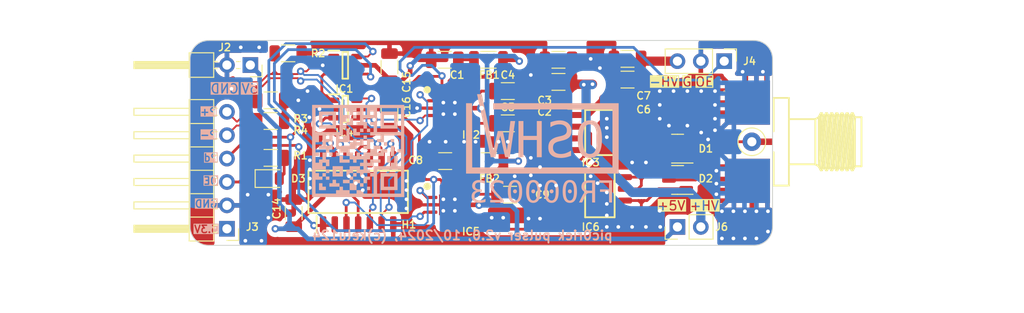
<source format=kicad_pcb>
(kicad_pcb (version 20240108) (generator "pcbnew") (generator_version "8.0")
  (title_block (date "2024-02-11"))
  (layers (0 "F.Cu" signal) (31 "B.Cu" signal) (34 "B.Paste" user) (35 "F.Paste" user) (36 "B.SilkS" user "B.Silkscreen") (37 "F.SilkS" user "F.Silkscreen") (38 "B.Mask" user) (39 "F.Mask" user) (44 "Edge.Cuts" user))
  (net 0 "")
  (net 1 "GND")
  (net 2 "Net-(IC2-VDD1)")
  (net 3 "+5V")
  (net 4 "Net-(IC2-OUTA)")
  (net 5 "Net-(IC3-GP)")
  (net 6 "Net-(IC2-OUTB)")
  (net 7 "Net-(IC3-GN)")
  (net 8 "Net-(IC5-VDD1)")
  (net 9 "Net-(IC5-OUTA)")
  (net 10 "Net-(IC6-GP)")
  (net 11 "Net-(IC3-DP_1)")
  (net 12 "Net-(D1-A)")
  (net 13 "Net-(D1-K-Pad3)")
  (net 14 "Net-(IC6-DP_1)")
  (net 15 "Net-(D2-A)")
  (net 16 "Net-(D3-Pad2)")
  (net 17 "Pdamp")
  (net 18 "DAMP")
  (net 19 "Net-(H1-2A)")
  (net 20 "P+")
  (net 21 "PULSE+")
  (net 22 "_PULSE-")
  (net 23 "P-")
  (net 24 "Net-(H1-3B)")
  (net 25 "Net-(H1-4A)")
  (net 26 "PULSE-")
  (net 27 "OE")
  (net 28 "~{DAMP}")
  (net 29 "Net-(IC5-OUTB)")
  (net 30 "+3.3V")
  (net 31 "-HV")
  (net 32 "+HV")
  (footprint "Connector_PinHeader_2.54mm:PinHeader_1x03_P2.54mm_Vertical" (layer "F.Cu") (at 156.75 66.75 -90)
    (property "Reference" "J4")
    (property "Value" "Conn_01x03_Pin")
  )
  (footprint "TestPoint:TestPoint_Loop_D1.80mm_Drill1.0mm_Beaded" (layer "F.Cu") (at 159.75 75.5)
    (property "Reference" "REF**" (hide yes))
    (property "Value" "TestPoint_Loop_D1.80mm_Drill1.0mm_Beaded" (hide yes))
  )
  (footprint "PMOD_PULSER:SN74LVC2G04DBV" (layer "F.Cu") (at 115.6 67.2)
    (property "Reference" "IC1")
    (property "Value" "SN74LVC2G04DBVT" (hide yes))
  )
  (footprint "Capacitor_SMD:C_1206_3216Metric" (layer "F.Cu") (at 133.25 73.5)
    (property "Reference" "C5")
    (property "Value" "10nF")
  )
  (footprint "Resistor_SMD:R_1206_3216Metric" (layer "F.Cu") (at 107.5 71)
    (property "Reference" "R3")
    (property "Value" "10K")
  )
  (footprint "Capacitor_SMD:C_1206_3216Metric" (layer "F.Cu") (at 146.25 68.75)
    (property "Reference" "C6")
    (property "Value" "1uF")
  )
  (footprint "Package_TO_SOT_SMD:SOT-23" (layer "F.Cu") (at 151.6875 79.65 180)
    (property "Reference" "D2")
    (property "Value" "BAV99")
  )
  (footprint "Capacitor_SMD:C_1206_3216Metric" (layer "F.Cu") (at 146.25 66.5)
    (property "Reference" "C7")
    (property "Value" "100nF")
  )
  (footprint "PMOD_PULSER:MD1213" (layer "F.Cu") (at 126.9 71.85)
    (property "Reference" "IC2")
    (property "Value" "MD1213K6-G" (hide yes))
  )
  (footprint "Package_TO_SOT_SMD:SOT-23" (layer "F.Cu") (at 151.6875 76.25 180)
    (property "Reference" "D1")
    (property "Value" "BAV99")
  )
  (footprint "Capacitor_SMD:C_1206_3216Metric" (layer "F.Cu") (at 120.4 67.4 90)
    (property "Reference" "C15")
    (property "Value" "100nF")
  )
  (footprint "Capacitor_SMD:C_1206_3216Metric" (layer "F.Cu") (at 133.25 70)
    (property "Reference" "C4")
    (property "Value" "10nF")
  )
  (footprint "Inductor_SMD:L_1206_3216Metric" (layer "F.Cu") (at 131.2 77.6 180)
    (property "Reference" "FB2")
    (property "Value" "120Ohm 3 A")
  )
  (footprint "Inductor_SMD:L_1206_3216Metric" (layer "F.Cu") (at 131.15 66.6 180)
    (property "Reference" "FB1")
    (property "Value" "120Ohm 3 A")
  )
  (footprint "Capacitor_SMD:C_1206_3216Metric" (layer "F.Cu") (at 110 83.25 90)
    (property "Reference" "C14")
    (property "Value" "100nF")
  )
  (footprint "Connector_PinHeader_2.54mm:PinHeader_1x02_P2.54mm_Vertical" (layer "F.Cu") (at 151.67 84.75 90)
    (property "Reference" "J6")
    (property "Value" "Conn_01x02_Pin")
  )
  (footprint "PMOD_PULSER:AMPHENOL_132357-11" (layer "F.Cu") (at 160.851 75.5 180)
    (property "Reference" "J1")
    (property "Value" "AMPHENOL_132357-11" (hide yes))
  )
  (footprint "Resistor_SMD:R_1206_3216Metric" (layer "F.Cu") (at 109.4 65.9)
    (property "Reference" "R2")
    (property "Value" "10K")
  )
  (footprint "Resistor_SMD:R_1206_3216Metric" (layer "F.Cu") (at 107.5 73.25)
    (property "Reference" "R4")
    (property "Value" "10K")
  )
  (footprint "Capacitor_SMD:C_1206_3216Metric" (layer "F.Cu") (at 133.5 81.25)
    (property "Reference" "C9")
    (property "Value" "10nF")
  )
  (footprint "Connector_PinHeader_2.54mm:PinHeader_2x01_P2.54mm_Horizontal" (layer "F.Cu") (at 105.29 67.17 180)
    (property "Reference" "J2")
    (property "Value" "Conn_01x02")
  )
  (footprint "Capacitor_SMD:C_1206_3216Metric" (layer "F.Cu") (at 138.75 69)
    (property "Reference" "C2")
    (property "Value" "1uF")
  )
  (footprint "Capacitor_SMD:C_1206_3216Metric" (layer "F.Cu") (at 120.4 72.55 -90)
    (property "Reference" "C16")
    (property "Value" "100nF")
  )
  (footprint "PMOD_PULSER:SOIC127P600X175-8N" (layer "F.Cu") (at 143.25 81.25)
    (property "Reference" "IC6")
    (property "Value" "TC6320TG-G" (hide yes))
  )
  (footprint "PMOD_PULSER:SOIC127P600X175-8N" (layer "F.Cu") (at 143.25 74.5)
    (property "Reference" "IC3")
    (property "Value" "TC6320TG-G" (hide yes))
  )
  (footprint "Capacitor_SMD:C_1206_3216Metric" (layer "F.Cu") (at 126.45 77.6)
    (property "Reference" "C8")
    (property "Value" "100nF")
  )
  (footprint "PMOD_PULSER:SOIC127P780X190-14N" (layer "F.Cu") (at 117 80.938 90)
    (property "Reference" "H1")
    (property "Value" "TC74VHC08F_EL,K,F_" (hide yes))
  )
  (footprint "Capacitor_SMD:C_1206_3216Metric" (layer "F.Cu") (at 138.75 66.6)
    (property "Reference" "C3")
    (property "Value" "100nF")
  )
  (footprint "Resistor_SMD:R_1206_3216Metric" (layer "F.Cu") (at 107.5 77.25)
    (property "Reference" "R1")
    (property "Value" "1K")
  )
  (footprint "Diode_SMD:D_0805_2012Metric" (layer "F.Cu") (at 107.5 79.5)
    (property "Reference" "D3")
    (property "Value" "Green LED")
  )
  (footprint "Connector_PinHeader_2.54mm:PinHeader_1x06_P2.54mm_Horizontal" (layer "F.Cu") (at 102.75 84.95 180)
    (property "Reference" "J3")
    (property "Value" "61300611021")
  )
  (footprint "Capacitor_SMD:C_1206_3216Metric" (layer "F.Cu") (at 126.4 66.6)
    (property "Reference" "C1")
    (property "Value" "100nF")
  )
  (footprint "PMOD_PULSER:SN74LVC2G04DBV" (layer "F.Cu") (at 115.6 71.95)
    (property "Reference" "IC4")
    (property "Value" "SN74LVC2G04DBVT" (hide yes))
  )
  (footprint "PMOD_PULSER:MD1213" (layer "F.Cu") (at 126.9 82.35)
    (property "Reference" "IC5")
    (property "Value" "MD1213K6-G" (hide yes))
  )
  (footprint "ICTAMKY_V8:qr_pic0rick" (layer "B.Cu") (at 117 76.5 180)
    (property "Reference" "G***" (hide yes))
    (property "Value" "LOGO" (hide yes))
  )
  (footprint "ICTAMKY_V8:OSHW_mask_1" (layer "B.Cu") (at 137 76.25 180)
    (property "Reference" "G***" (hide yes))
    (property "Value" "LOGO" (hide yes))
  )
  (gr_arc (start 160 64.5) (mid 161.414212 65.085787) (end 161.999998 66.5) (stroke (width 0.1)) (layer "Edge.Cuts"))
  (gr_arc (start 100.75 86.75) (mid 99.338923 86.167351) (end 98.750001 84.758881) (stroke (width 0.1)) (layer "Edge.Cuts"))
  (gr_line (start 160 86.75) (end 100.75 86.75) (stroke (width 0.1)) (layer "Edge.Cuts"))
  (gr_line (start 98.750001 84.758881) (end 98.75 66.5) (stroke (width 0.1)) (layer "Edge.Cuts"))
  (gr_line (start 100.75 64.5) (end 160 64.5) (stroke (width 0.1)) (layer "Edge.Cuts"))
  (gr_arc (start 162 84.750002) (mid 161.414213 86.164214) (end 160 86.75) (stroke (width 0.1)) (layer "Edge.Cuts"))
  (gr_arc (start 98.75 66.5) (mid 99.335786 65.085786) (end 100.75 64.5) (stroke (width 0.1)) (layer "Edge.Cuts"))
  (gr_line (start 161.999998 66.5) (end 162 84.750002) (stroke (width 0.1)) (layer "Edge.Cuts"))
  (gr_text "pic0rick pulser v2.0, 10/2024, (c)kelu124" (at 144.75 86.25 0) (layer "B.SilkS") (effects (font (size 1 1) (thickness 0.2)) (justify left bottom mirror)))
  (gr_text "P+" (at 100.75 72.25 0) (layer "B.SilkS" knockout) (effects (font (size 0.8 0.8)) (justify mirror)))
  (gr_text "GND" (at 102.5 69.75 0) (layer "B.SilkS" knockout) (effects (font (size 1 1)) (justify mirror)))
  (gr_text "Pd" (at 101 77.25 0) (layer "B.SilkS" knockout) (effects (font (size 0.8 0.8)) (justify mirror)))
  (gr_text "5V" (at 105.25 69.75 0) (layer "B.SilkS" knockout) (effects (font (size 1 1)) (justify mirror)))
  (gr_text "GND" (at 100.5 82.25 0) (layer "B.SilkS" knockout) (effects (font (size 0.8 0.8)) (justify mirror)))
  (gr_text "OE" (at 101 79.75 0) (layer "B.SilkS" knockout) (effects (font (size 0.8 0.8)) (justify mirror)))
  (gr_text "3.3V" (at 100.5 85 0) (layer "B.SilkS" knockout) (effects (font (size 0.8 0.8)) (justify mirror)))
  (gr_text "P-" (at 100.75 74.75 0) (layer "B.SilkS" knockout) (effects (font (size 0.8 0.8)) (justify mirror)))
  (gr_text "-HV" (at 150.2 69 0) (layer "F.SilkS" knockout) (effects (font (size 1 1))))
  (gr_text "G" (at 152.7 69 0) (layer "F.SilkS" knockout) (effects (font (size 1 1))))
  (gr_text "+5V" (at 151 82.45 0) (layer "F.SilkS" knockout) (effects (font (size 1 1))))
  (gr_text "+HV" (at 154.6 82.45 0) (layer "F.SilkS" knockout) (effects (font (size 1 1))))
  (gr_text "OE" (at 154.6 69 0) (layer "F.SilkS" knockout) (effects (font (size 1 1))))
  (segment (start 126.1 83.15) (end 126.875 82.375) (width 0.5) (layer "F.Cu") (net 1))
  (segment (start 127.7 84.2) (end 127.7 85.75) (width 0.35) (layer "F.Cu") (net 1))
  (segment (start 126.1 73.7) (end 126.1 75.25) (width 0.35) (layer "F.Cu") (net 1))
  (segment (start 125.05 82.35) (end 123.375 82.35) (width 0.35) (layer "F.Cu") (net 1))
  (segment (start 127.7 84.2) (end 127.7 83.15) (width 0.35) (layer "F.Cu") (net 1))
  (segment (start 119.05 64.75) (end 117.55 64.75) (width 0.5) (layer "F.Cu") (net 1))
  (segment (start 120.4 64.8) (end 120.45 64.75) (width 0.5) (layer "F.Cu") (net 1))
  (segment (start 127.7 73.7) (end 127.7 72.65) (width 0.35) (layer "F.Cu") (net 1))
  (segment (start 159.75 81.5) (end 159.75 83.8) (width 0.5) (layer "F.Cu") (net 1))
  (segment (start 120.475 74.025) (end 122.15 75.7) (width 0.5) (layer "F.Cu") (net 1))
  (segment (start 122.65 64.75) (end 122.8 64.9) (width 0.5) (layer "F.Cu") (net 1))
  (segment (start 161.35 67.8) (end 161.35 70.1) (width 0.5) (layer "F.Cu") (net 1))
  (segment (start 126.9 84.2) (end 126.9 85.75) (width 0.35) (layer "F.Cu") (net 1))
  (segment (start 135.75 68) (end 135.875 68) (width 0.3) (layer "F.Cu") (net 1))
  (segment (start 108.9625 71) (end 108.9625 73.25) (width 0.5) (layer "F.Cu") (net 1))
  (segment (start 158.1 81.9) (end 155.8 81.9) (width 0.5) (layer "F.Cu") (net 1))
  (segment (start 155.6 72.35) (end 157.9 72.35) (width 0.5) (layer "F.Cu") (net 1))
  (segment (start 126.1 84.2) (end 126.1 83.15) (width 0.35) (layer "F.Cu") (net 1))
  (segment (start 143 66.5) (end 144.775 66.5) (width 0.5) (layer "F.Cu") (net 1))
  (segment (start 120.4 74.025) (end 120.475 74.025) (width 0.5) (layer "F.Cu") (net 1))
  (segment (start 158.15 79.55) (end 155.85 79.55) (width 0.5) (layer "F.Cu") (net 1))
  (segment (start 119.05 64.75) (end 122.65 64.75) (width 0.5) (layer "F.Cu") (net 1))
  (segment (start 120.4 65.925) (end 120.4 64.8) (width 0.5) (layer "F.Cu") (net 1))
  (segment (start 114.35 67.2) (end 113.15 67.2) (width 0.5) (layer "F.Cu") (net 1))
  (segment (start 123.375 82.35) (end 123.325 82.4) (width 0.3) (layer "F.Cu") (net 1))
  (segment (start 126.9 73.7) (end 126.9 72.65) (width 0.35) (layer "F.Cu") (net 1))
  (segment (start 126.1 84.2) (end 126.1 85.75) (width 0.35) (layer "F.Cu") (net 1))
  (segment (start 126.1 73.7) (end 126.1 72.65) (width 0.35) (layer "F.Cu") (net 1))
  (segment (start 158.15 80.75) (end 155.85 80.75) (width 0.5) (layer "F.Cu") (net 1))
  (segment (start 126.9 73.7) (end 126.9 75.25) (width 0.35) (layer "F.Cu") (net 1))
  (segment (start 157.8 81.4) (end 157.8 83.7) (width 0.5) (layer "F.Cu") (net 1))
  (segment (start 158.35 78.2) (end 156.05 78.2) (width 0.5) (layer "F.Cu") (net 1))
  (segment (start 161.45 81.5) (end 161.45 83.8) (width 0.5) (layer "F.Cu") (net 1))
  (segment (start 120.0875 74.2) (end 117.7125 74.2) (width 0.5) (layer "F.Cu") (net 1))
  (segment (start 120.45 64.75) (end 119.05 64.75) (width 0.5) (layer "F.Cu") (net 1))
  (segment (start 117.55 64.75) (end 117.45 64.85) (width 0.5) (layer "F.Cu") (net 1))
  (segment (start 126.3 82.35) (end 125.25 82.35) (width 0.35) (layer "F.Cu") (net 1))
  (segment (start 125.05 71.85) (end 126.1 71.85) (width 0.35) (layer "F.Cu") (net 1))
  (segment (start 126.9 84.2) (end 126.9 83.15) (width 0.35) (layer "F.Cu") (net 1))
  (segment (start 114.35 71.95) (end 112.8 71.95) (width 0.5) (layer "F.Cu") (net 1))
  (segment (start 125.05 71.85) (end 123.4 71.85) (width 0.35) (layer "F.Cu") (net 1))
  (segment (start 160.25 67.75) (end 160.25 70.05) (width 0.5) (layer "F.Cu") (net 1))
  (segment (start 155.676 71.25) (end 157.976 71.25) (width 0.5) (layer "F.Cu") (net 1))
  (segment (start 127.7 73.7) (end 127.7 75.25) (width 0.35) (layer "F.Cu") (net 1))
  (segment (start 159.1 67.8) (end 159.1 70.1) (width 0.5) (layer "F.Cu") (net 1))
  (segment (start 155.65 69.95) (end 157.95 69.95) (width 0.5) (layer "F.Cu") (net 1))
  (segment (start 140.538 81.885) (end 140.135 81.885) (width 0.3) (layer "F.Cu") (net 1))
  (segment (start 126.875 82.375) (end 126.9 82.35) (width 0.5) (layer "F.Cu") (net 1))
  (via (at 149.8 84.75) (size 0.8) (drill 0.4) (layers "F.Cu" "B.Cu") (net 1))
  (via (at 148.25 77.75) (size 0.8) (drill 0.4) (layers "F.Cu" "B.Cu") (net 1))
  (via (at 107.25 83.75) (size 0.8) (drill 0.4) (layers "F.Cu" "B.Cu") (net 1))
  (via (at 160.95 67.9) (size 0.8) (drill 0.4) (layers "F.Cu" "B.Cu") (net 1))
  (via (at 149.75 70) (size 0.8) (drill 0.4) (layers "F.Cu" "B.Cu") (net 1))
  (via (at 104.25 65.25) (size 0.8) (drill 0.4) (layers "F.Cu" "B.Cu") (net 1))
  (via (at 126.5 75.5) (size 0.8) (drill 0.4) (layers "F.Cu" "B.Cu") (net 1))
  (via (at 142.25 66.5) (size 0.8) (drill 0.4) (layers "F.Cu" "B.Cu") (net 1))
  (via (at 105 81.25) (size 0.8) (drill 0.4) (layers "F.Cu" "B.Cu") (net 1))
  (via (at 116 79.25) (size 0.8) (drill 0.4) (layers "F.Cu" "B.Cu") (net 1))
  (via (at 107.25 81.25) (size 0.8) (drill 0.4) (layers "F.Cu" "B.Cu") (net 1))
  (via (at 155.75 70) (size 0.8) (drill 0.4) (layers "F.Cu" "B.Cu") (net 1))
  (via (at 111.75 78.5) (size 0.8) (drill 0.4) (layers "F.Cu" "B.Cu") (net 1))
  (via (at 144 83.5) (size 0.8) (drill 0.4) (layers "F.Cu" "B.Cu") (net 1))
  (via (at 159 86) (size 0.8) (drill 0.4) (layers "F.Cu" "B.Cu") (net 1))
  (via (at 127.5 81.75) (size 0.8) (drill 0.4) (layers "F.Cu" "B.Cu") (net 1))
  (via (at 127.5 72.5) (size 0.8) (drill 0.4) (layers "F.Cu" "B.Cu") (net 1))
  (via (at 117.5 80.75) (size 0.8) (drill 0.4) (layers "F.Cu" "B.Cu") (net 1))
  (via (at 129.75 75.5) (size 0.8) (drill 0.4) (layers "F.Cu" "B.Cu") (net 1))
  (via (at 143.25 67.5) (size 0.8) (drill 0.4) (layers "F.Cu" "B.Cu") (net 1))
  (via (at 144 73) (size 0.8) (drill 0.4) (layers "F.Cu" "B.Cu") (net 1))
  (via (at 134 79.25) (size 0.8) (drill 0.4) (layers "F.Cu" "B.Cu") (net 1))
  (via (at 128.5 75.5) (size 0.8) (drill 0.4) (layers "F.Cu" "B.Cu") (net 1))
  (via (at 111.75 80.5) (size 0.8) (drill 0.4) (layers "F.Cu" "B.Cu") (net 1))
  (via (at 110.5 71) (size 0.8) (drill 0.4) (layers "F.Cu" "B.Cu") (net 1))
  (via (at 158.75 67.9) (size 0.8) (drill 0.4) (layers "F.Cu" "B.Cu") (net 1))
  (via (at 122.25 82.75) (size 0.8) (drill 0.4) (layers "F.Cu" "B.Cu") (net 1))
  (via (at 155.9 81.2) (size 0.8) (drill 0.4) (layers "F.Cu" "B.Cu") (net 1))
  (via (at 144 74) (size 0.8) (drill 0.4) (layers "F.Cu" "B.Cu") (net 1))
  (via (at 161.5 83.05) (size 0.8) (drill 0.4) (layers "F.Cu" "B.Cu") (net 1))
  (via (at 150.75 73.75) (size 0.8) (drill 0.4) (layers "F.Cu" "B.Cu") (net 1))
  (via (at 136.75 83.85) (size 0.8) (drill 0.4) (layers "F.Cu" "B.Cu") (net 1))
  (via (at 132.75 83.75) (size 0.8) (drill 0.4) (layers "F.Cu" "B.Cu") (net 1))
  (via (at 135.75 77.25) (size 0.8) (drill 0.4) (layers "F.Cu" "B.Cu") (net 1))
  (via (at 111.7 72.85) (size 0.8) (drill 0.4) (layers "F.Cu" "B.Cu") (net 1))
  (via (at 111.75 79.5) (size 0.8) (drill 0.4) (layers "F.Cu" "B.Cu") (net 1))
  (via (at 152.75 70) (size 0.8) (drill 0.4) (layers "F.Cu" "B.Cu") (net 1))
  (via (at 160.25 86) (size 0.8) (drill 0.4) (layers "F.Cu" "B.Cu") (net 1))
  (via (at 144 75) (size 0.8) (drill 0.4) (layers "F.Cu" "B.Cu") (net 1))
  (via (at 146.75 84.75) (size 0.8) (drill 0.4) (layers "F.Cu" "B.Cu") (net 1))
  (via (at 136.75 80.25) (size 0.8) (drill 0.4) (layers "F.Cu" "B.Cu") (net 1))
  (via (at 142.25 79.25) (size 0.8) (drill 0.4) (layers "F.Cu" "B.Cu") (net 1))
  (via (at 160.25 83.05) (size 0.8) (drill 0.4) (layers "F.Cu" "B.Cu") (net 1))
  (via (at 133.25 75.5) (size 0.8) (drill 0.4) (layers "F.Cu" "B.Cu") (net 1))
  (via (at 103.25 69.75) (size 0.8) (drill 0.4) (layers "F.Cu" "B.Cu") (net 1))
  (via (at 152.75 73.75) (size 0.8) (drill 0.4) (layers "F.Cu" "B.Cu") (net 1))
  (via (at 156.5 83.05) (size 0.8) (drill 0.4) (layers "F.Cu" "B.Cu") (net 1))
  (via (at 132.25 75.5) (size 0.8) (drill 0.4) (layers "F.Cu" "B.Cu") (net 1))
  (via (at 154.25 70) (size 0.8) (drill 0.4) (layers "F.Cu" "B.Cu") (net 1))
  (via (at 155.75 74.25) (size 0.8) (drill 0.4) (layers "F.Cu" "B.Cu") (net 1))
  (via (at 116.75 80) (size 0.8) (drill 0.4) (layers "F.Cu" "B.Cu") (net 1))
  (via (at 104.75 86.25) (size 0.8) (drill 0.4) (layers "F.Cu" "B.Cu") (net 1))
  (via (at 131.5 83.75) (size 0.8) (drill 0.4) (layers "F.Cu" "B.Cu") (net 1))
  (via (at 135.75 79.15) (size 0.8) (drill 0.4) (layers "F.Cu" "B.Cu") (net 1))
  (via (at 127.5 71.25) (size 0.8) (drill 0.4) (layers "F.Cu" "B.Cu") (net 1))
  (via (at 106.25 65.25) (size 0.8) (drill 0.4) (layers "F.Cu" "B.Cu") (net 1))
  (via (at 145.25 84.75) (size 0.8) (drill 0.4) (layers "F.Cu" "B.Cu") (net 1))
  (via (at 151.25 70) (size 0.8) (drill 0.4) (layers "F.Cu" "B.Cu") (net 1))
  (via (at 143 80) (size 0.8) (drill 0.4) (layers "F.Cu" "B.Cu") (net 1))
  (via (at 111.5 70) (size 0.8) (drill 0.4) (layers "F.Cu" "B.Cu") (net 1))
  (via (at 155.9 80.05) (size 0.8) (drill 0.4) (layers "F.Cu" "B.Cu") (net 1))
  (via (at 154.25 74.5) (size 0.8) (drill 0.4) (layers "F.Cu" "B.Cu") (net 1))
  (via (at 159 83.05) (size 0.8) (drill 0.4) (layers "F.Cu" "B.Cu") (net 1))
  (via (at 122.25 79.75) (size 0.8) (drill 0.4) (layers "F.Cu" "B.Cu") (net 1))
  (via (at 155.75 73) (size 0.8) (drill 0.4) (layers "F.Cu" "B.Cu") (net 1))
  (via (at 157.75 83.05) (size 0.8) (drill 0.4) (layers "F.Cu" "B.Cu") (net 1))
  (via (at 113.15 67.2) (size 0.8) (drill 0.4) (layers "F.Cu" "B.Cu") (net 1))
  (via (at 149.75 73) (size 0.8) (drill 0.4) (layers "F.Cu" "B.Cu") (net 1))
  (via (at 149.75 71.5) (size 0.8) (drill 0.4) (layers "F.Cu" "B.Cu") (net 1))
  (via (at 136.75 78.25) (size 0.8) (drill 0.4) (layers "F.Cu" "B.Cu") (net 1))
  (via (at 146.75 77.75) (size 0.8) (drill 0.4) (layers "F.Cu" "B.Cu") (net 1))
  (via (at 122.25 80.75) (size 0.8) (drill 0.4) (layers "F.Cu" "B.Cu") (net 1))
  (via (at 149.75 83) (size 0.8) (drill 0.4) (layers "F.Cu" "B.Cu") (net 1))
  (via (at 122.25 81.75) (size 0.8) (drill 0.4) (layers "F.Cu" "B.Cu") (net 1))
  (via (at 155.75 71.5) (size 0.8) (drill 0.4) (layers "F.Cu" "B.Cu") (net 1))
  (via (at 138.5 80.25) (size 0.8) (drill 0.4) (layers "F.Cu" "B.Cu") (net 1))
  (via (at 106.5 86.25) (size 0.8) (drill 0.4) (layers "F.Cu" "B.Cu") (net 1))
  (via (at 126.25 83) (size 0.8) (drill 0.4) (layers "F.Cu" "B.Cu") (net 1))
  (via (at 126.25 81.75) (size 0.8) (drill 0.4) (layers "F.Cu" "B.Cu") (net 1))
  (via (at 144 84.75) (size 0.8) (drill 0.4) (layers "F.Cu" "B.Cu") (net 1))
  (via (at 127.5 83) (size 0.8) (drill 0.4) (layers "F.Cu" "B.Cu") (net 1))
  (via (at 157.75 86) (size 0.8) (drill 0.4) (layers "F.Cu" "B.Cu") (net 1))
  (via (at 124.75 75.5) (size 0.8) (drill 0.4) (layers "F.Cu" "B.Cu") (net 1))
  (via (at 144 82.25) (size 0.8) (drill 0.4) (layers "F.Cu" "B.Cu") (net 1))
  (via (at 155.9 78.65) (size 0.8) (drill 0.4) (layers "F.Cu" "B.Cu") (net 1))
  (via (at 135.5 83.85) (size 0.8) (drill 0.4) (layers "F.Cu" "B.Cu") (net 1))
  (via (at 126.25 72.5) (size 0.8) (drill 0.4) (layers "F.Cu" "B.Cu") (net 1))
  (via (at 156.5 86) (size 0.8) (drill 0.4) (layers "F.Cu" "B.Cu") (net 1))
  (via (at 112.8 71.95) (size 0.8) (drill 0.4) (layers "F.Cu" "B.Cu") (net 1))
  (via (at 135.75 68.25) (size 0.8) (drill 0.4) (layers "F.Cu" "B.Cu") (net 1))
  (via (at 161.5 85.25) (size 0.8) (drill 0.4) (layers "F.Cu" "B.Cu") (net 1))
  (via (at 111.75 77.5) (size 0.8) (drill 0.4) (layers "F.Cu" "B.Cu") (net 1))
  (via (at 123.4 71.85) (size 0.8) (drill 0.4) (layers "F.Cu" "B.Cu") (net 1))
  (via (at 155 75.25) (size 0.8) (drill 0.4) (layers "F.Cu" "B.Cu") (net 1))
  (via (at 117.5 79.25) (size 0.8) (drill 0.4) (layers "F.Cu" "B.Cu") (net 1))
  (via (at 126.25 71.25) (size 0.8) (drill 0.4) (layers "F.Cu" "B.Cu") (net 1))
  (via (at 148.25 84.75) (size 0.8) (drill 0.4) (layers "F.Cu" "B.Cu") (net 1))
  (via (at 144 81) (size 0.8) (drill 0.4) (layers "F.Cu" "B.Cu") (net 1))
  (segment (start 158.95 83.688) (end 158.95 80.612) (width 0.5) (layer "B.Cu") (net 1))
  (segment (start 155.762 78.45) (end 158.838 78.45) (width 0.5) (layer "B.Cu") (net 1))
  (segment (start 157.8 78.788) (end 157.8 75.712) (width 0.5) (layer "B.Cu") (net 1))
  (segment (start 157.8 83.688) (end 157.8 80.612) (width 0.5) (layer "B.Cu") (net 1))
  (segment (start 158.95 70.738) (end 158.95 67.662) (width 0.5) (layer "B.Cu") (net 1))
  (segment (start 158.788 69.1) (end 155.712 69.1) (width 0.5) (layer "B.Cu") (net 1))
  (segment (start 161.45 71.038) (end 161.45 67.962) (width 0.5) (layer "B.Cu") (net 1))
  (segment (start 157.8 75.338) (end 157.8 72.262) (width 0.5) (layer "B.Cu") (net 1))
  (segment (start 155.762 81.1) (end 158.838 81.1) (width 0.5) (layer "B.Cu") (net 1))
  (segment (start 161.45 83.988) (end 161.45 80.912) (width 0.5) (layer "B.Cu") (net 1))
  (segment (start 160.25 83.788) (end 160.25 80.712) (width 0.5) (layer "B.Cu") (net 1))
  (segment (start 155.762 71.5) (end 158.838 71.5) (width 0.5) (layer "B.Cu") (net 1))
  (segment (start 158.588 72.75) (end 155.512 72.75) (width 0.5) (layer "B.Cu") (net 1))
  (segment (start 158.976 80.05) (end 159.276 79.75) (width 0.5) (layer "B.Cu") (net 1))
  (segment (start 158.688 70.25) (end 155.612 70.25) (width 0.5) (layer "B.Cu") (net 1))
  (segment (start 155.9 80.05) (end 158.976 80.05) (width 0.5) (layer "B.Cu") (net 1))
  (segment (start 160.25 70.838) (end 160.25 67.762) (width 0.5) (layer "B.Cu") (net 1))
  (segment (start 126.9 70) (end 126.9 68.9) (width 0.35) (layer "F.Cu") (net 2))
  (segment (start 126.9 68.9) (end 127.875 67.925) (width 0.35) (layer "F.Cu") (net 2))
  (segment (start 127.875 67.925) (end 127.875 66.6) (width 0.35) (layer "F.Cu") (net 2))
  (segment (start 127.875 66.6) (end 129.575 66.6) (width 0.3) (layer "F.Cu") (net 2))
  (segment (start 132.725 67.275) (end 131.6 68.4) (width 0.5) (layer "F.Cu") (net 3))
  (segment (start 116.85 71.95) (end 119.525 71.95) (width 0.5) (layer "F.Cu") (net 3))
  (segment (start 109.775 84.95) (end 110 84.725) (width 0.5) (layer "F.Cu") (net 3))
  (segment (start 120.4 68.875) (end 120.4 71.075) (width 0.5) (layer "F.Cu") (net 3))
  (segment (start 128.325 79.6) (end 127.825 80.1) (width 0.5) (layer "F.Cu") (net 3))
  (segment (start 131.15 79.6) (end 128.325 79.6) (width 0.5) (layer "F.Cu") (net 3))
  (segment (start 119.525 71.95) (end 120.4 71.075) (width 0.5) (layer "F.Cu") (net 3))
  (segment (start 118.85 67.2) (end 116.85 67.2) (width 0.5) (layer "F.Cu") (net 3))
  (segment (start 127.7 69.7) (end 127.7 69.975) (width 0.5) (layer "F.Cu") (net 3))
  (segment (start 134.35 66.6) (end 132.725 66.6) (width 0.5) (layer "F.Cu") (net 3))
  (segment (start 120.4 68.875) (end 120.4 68.75) (width 0.5) (layer "F.Cu") (net 3))
  (segment (start 110.025 84.725) (end 113.19 81.56) (width 0.5) (layer "F.Cu") (net 3))
  (segment (start 132.775 77.975) (end 131.15 79.6) (width 0.5) (layer "F.Cu") (net 3))
  (segment (start 113.19 81.56) (end 113.19 77.4) (width 0.5) (layer "F.Cu") (net 3))
  (segment (start 122.65 67.95) (end 121.725 68.875) (width 0.5) (layer "F.Cu") (net 3))
  (segment (start 132.775 77.6) (end 132.775 77.975) (width 0.5) (layer "F.Cu") (net 3))
  (segment (start 132.725 66.6) (end 132.725 67.275) (width 0.5) (layer "F.Cu") (net 3))
  (segment (start 128.75 82.35) (end 130.075 82.35) (width 0.5) (layer "F.Cu") (net 3))
  (segment (start 122.65 67.25) (end 122.65 67.95) (width 0.5) (layer "F.Cu") (net 3))
  (segment (start 128.75 71.85) (end 130.4 71.85) (width 0.5) (layer "F.Cu") (net 3))
  (segment (start 108 84.95) (end 109.775 84.95) (width 0.5) (layer "F.Cu") (net 3))
  (segment (start 129 68.4) (end 127.7 69.7) (width 0.5) (layer "F.Cu") (net 3))
  (segment (start 110 84.725) (end 110.025 84.725) (width 0.5) (layer "F.Cu") (net 3))
  (segment (start 134.5 66.75) (end 134.35 66.6) (width 0.5) (layer "F.Cu") (net 3))
  (segment (start 127.825 80.1) (end 127.825 80.5) (width 0.5) (layer "F.Cu") (net 3))
  (segment (start 131.6 68.4) (end 129 68.4) (width 0.5) (layer "F.Cu") (net 3))
  (segment (start 132.775 77.6) (end 134.4 77.6) (width 0.5) (layer "F.Cu") (net 3))
  (segment (start 120.4 68.75) (end 118.85 67.2) (width 0.5) (layer "F.Cu") (net 3))
  (segment (start 130.075 82.35) (end 130.125 82.4) (width 0.5) (layer "F.Cu") (net 3))
  (segment (start 121.725 68.875) (end 120.4 68.875) (width 0.5) (layer "F.Cu") (net 3))
  (via (at 130.125 82.4) (size 0.8) (drill 0.4) (layers "F.Cu" "B.Cu") (net 3))
  (via (at 134.5 66.75) (size 0.8) (drill 0.4) (layers "F.Cu" "B.Cu") (net 3))
  (via (at 122.65 67.25) (size 0.8) (drill 0.4) (layers "F.Cu" "B.Cu") (net 3))
  (via (at 108 84.95) (size 0.8) (drill 0.4) (layers "F.Cu" "B.Cu") (net 3))
  (via (at 130.4 71.85) (size 1) (drill 0.5) (layers "F.Cu" "B.Cu") (net 3))
  (via (at 134.4 77.6) (size 0.8) (drill 0.4) (layers "F.Cu" "B.Cu") (net 3))
  (segment (start 131 66.95) (end 131.75 66.2) (width 0.5) (layer "B.Cu") (net 3))
  (segment (start 133.6 82.4) (end 134.25 83.05) (width 0.5) (layer "B.Cu") (net 3))
  (segment (start 109.55 84.35) (end 109.55 84.4) (width 0.5) (layer "B.Cu") (net 3))
  (segment (start 106.3 72.05) (end 106.3 68.18) (width 0.5) (layer "B.Cu") (net 3))
  (segment (start 133.95 66.2) (end 131.75 66.2) (width 0.5) (layer "B.Cu") (net 3))
  (segment (start 134.4 66.85) (end 134.5 66.75) (width 0.5) (layer "B.Cu") (net 3))
  (segment (start 131 71) (end 131 72.5) (width 0.5) (layer "B.Cu") (net 3))
  (segment (start 111.55 86.05) (end 133.55 86.05) (width 0.5) (layer "B.Cu") (net 3))
  (segment (start 150.37 86.05) (end 151.75 84.67) (width 0.5) (layer "B.Cu") (net 3))
  (segment (start 134.25 86.05) (end 134.3 86.05) (width 0.5) (layer "B.Cu") (net 3))
  (segment (start 131 81.25) (end 131 81.525) (width 0.5) (layer "B.Cu") (net 3))
  (segment (start 131 81.5) (end 131 82.4) (width 0.5) (layer "B.Cu") (net 3))
  (segment (start 131.8 82.4) (end 133.6 82.4) (width 0.5) (layer "B.Cu") (net 3))
  (segment (start 131 81.6) (end 131.8 82.4) (width 0.5) (layer "B.Cu") (net 3))
  (segment (start 131.75 77.6) (end 131.05 77.6) (width 0.5) (layer "B.Cu") (net 3))
  (segment (start 134.25 85.5) (end 134.25 86.05) (width 0.5) (layer "B.Cu") (net 3))
  (segment (start 108.95 84.95) (end 109.55 84.95) (width 0.5) (layer "B.Cu") (net 3))
  (segment (start 134.25 85.25) (end 134.25 85.5) (width 0.5) (layer "B.Cu") (net 3))
  (segment (start 131.6 77.6) (end 131 78.2) (width 0.5) (layer "B.Cu") (net 3))
  (segment (start 131 76.85) (end 131 77.65) (width 0.5) (layer "B.Cu") (net 3))
  (segment (start 108 84.95) (end 108.95 84.95) (width 0.5) (layer "B.Cu") (net 3))
  (segment (start 131 81.5) (end 131 81.6) (width 0.5) (layer "B.Cu") (net 3))
  (segment (start 131.75 77.6) (end 131 76.85) (width 0.5) (layer "B.Cu") (net 3))
  (segment (start 134.25 85.55) (end 134.75 86.05) (width 0.5) (layer "B.Cu") (net 3))
  (segment (start 134.25 85.55) (end 133.75 86.05) (width 0.5) (layer "B.Cu") (net 3))
  (segment (start 109.55 84.35) (end 108.95 84.95) (width 0.5) (layer "B.Cu") (net 3))
  (segment (start 109.55 84.35) (end 109.55 83.4) (width 0.5) (layer "B.Cu") (net 3))
  (segment (start 130.5 82.4) (end 131 82.4) (width 0.5) (layer "B.Cu") (net 3))
  (segment (start 109.55 83.4) (end 108.45 82.3) (width 0.5) (layer "B.Cu") (net 3))
  (segment (start 108.45 74.2) (end 106.3 72.05) (width 0.5) (layer "B.Cu") (net 3))
  (segment (start 131 66.2) (end 131 67) (width 0.5) (layer "B.Cu") (net 3))
  (segment (start 131 67) (end 131 71) (width 0.5) (layer "B.Cu") (net 3))
  (segment (start 131.05 77.6) (end 131 77.65) (width 0.5) (layer "B.Cu") (net 3))
  (segment (start 130.4 71.9) (end 131 72.5) (width 0.5) (layer "B.Cu") (net 3))
  (segment (start 134.25 85.5) (end 134.25 85.55) (width 0.5) (layer "B.Cu") (net 3))
  (segment (start 131 81.525) (end 130.125 82.4) (width 0.5) (layer "B.Cu") (net 3))
  (segment (start 109.55 84.95) (end 109.55 84.35) (width 0.5) (layer "B.Cu") (net 3))
  (segment (start 130.4 71.85) (end 130.4 71.9) (width 0.5) (layer "B.Cu") (net 3))
  (segment (start 131 78.2) (end 131 81.5) (width 0.5) (layer "B.Cu") (net 3))
  (segment (start 110.1 84.95) (end 110.45 84.95) (width 0.5) (layer "B.Cu") (net 3))
  (segment (start 130.25 66.2) (end 123.7 66.2) (width 0.5) (layer "B.Cu") (net 3))
  (segment (start 134.4 77.6) (end 131.75 77.6) (width 0.5) (layer "B.Cu") (net 3))
  (segment (start 109.55 84.95) (end 110.1 84.95) (width 0.5) (layer "B.Cu") (net 3))
  (segment (start 134.5 66.75) (end 133.95 66.2) (width 0.5) (layer "B.Cu") (net 3))
  (segment (start 130.125 82.4) (end 130.5 82.4) (width 0.5) (layer "B.Cu") (net 3))
  (segment (start 134.25 83.05) (end 134.25 85.25) (width 0.5) (layer "B.Cu") (net 3))
  (segment (start 131.75 66.2) (end 130.25 66.2) (width 0.5) (layer "B.Cu") (net 3))
  (segment (start 131 71.25) (end 131 71) (width 0.5) (layer "B.Cu") (net 3))
  (segment (start 110.45 84.95) (end 111.55 86.05) (width 0.5) (layer "B.Cu") (net 3))
  (segment (start 131 66.95) (end 130.25 66.2) (width 0.5) (layer "B.Cu") (net 3))
  (segment (start 123.7 66.2) (end 122.65 67.25) (width 0.5) (layer "B.Cu") (net 3))
  (segment (start 109.55 84.4) (end 110.1 84.95) (width 0.5) (layer "B.Cu") (net 3))
  (segment (start 134.75 86.05) (end 150.37 86.05) (width 0.5) (layer "B.Cu") (net 3))
  (segment (start 131 72.5) (end 131 76.85) (width 0.5) (layer "B.Cu") (net 3))
  (segment (start 131 67) (end 131 66.95) (width 0.5) (layer "B.Cu") (net 3))
  (segment (start 130.4 71.85) (end 131 71.25) (width 0.5) (layer "B.Cu") (net 3))
  (segment (start 133.75 86.05) (end 134.75 86.05) (width 0.5) (layer "B.Cu") (net 3))
  (segment (start 134.25 85.25) (end 134.25 85.55) (width 0.5) (layer "B.Cu") (net 3))
  (segment (start 133.55 86.05) (end 133.75 86.05) (width 0.5) (layer "B.Cu") (net 3))
  (segment (start 131 77.65) (end 131 78.2) (width 0.5) (layer "B.Cu") (net 3))
  (segment (start 131 82.4) (end 131.8 82.4) (width 0.5) (layer "B.Cu") (net 3))
  (segment (start 108.45 82.3) (end 108.45 74.2) (width 0.5) (layer "B.Cu") (net 3))
  (segment (start 131.75 77.6) (end 131.6 77.6) (width 0.5) (layer "B.Cu") (net 3))
  (segment (start 106.3 68.18) (end 105.29 67.17) (width 0.5) (layer "B.Cu") (net 3))
  (segment (start 128.75 71.05) (end 129.35 71.05) (width 0.3) (layer "F.Cu") (net 4))
  (segment (start 129.35 71.05) (end 130.4 70) (width 0.3) (layer "F.Cu") (net 4))
  (segment (start 130.4 70) (end 131.775 70) (width 0.3) (layer "F.Cu") (net 4))
  (segment (start 141.5 76.75) (end 141.5 77.125) (width 0.3) (layer "F.Cu") (net 5))
  (segment (start 141.155 76.405) (end 141.5 76.75) (width 0.3) (layer "F.Cu") (net 5))
  (segment (start 141.125 77.5) (end 138.5 77.5) (width 0.3) (layer "F.Cu") (net 5))
  (segment (start 138.5 77.5) (end 136 75) (width 0.3) (layer "F.Cu") (net 5))
  (segment (start 140.538 76.405) (end 141.155 76.405) (width 0.3) (layer "F.Cu") (net 5))
  (segment (start 134.725 70.225) (end 134.725 70) (width 0.3) (layer "F.Cu") (net 5))
  (segment (start 141.5 77.125) (end 141.125 77.5) (width 0.3) (layer "F.Cu") (net 5))
  (segment (start 136 71.5) (end 134.725 70.225) (width 0.3) (layer "F.Cu") (net 5))
  (segment (start 136 75) (end 136 71.5) (width 0.3) (layer "F.Cu") (net 5))
  (segment (start 130.1 73.5) (end 131.775 73.5) (width 0.3) (layer "F.Cu") (net 6))
  (segment (start 129.25 72.65) (end 130.1 73.5) (width 0.3) (layer "F.Cu") (net 6))
  (segment (start 128.75 72.65) (end 129.25 72.65) (width 0.3) (layer "F.Cu") (net 6))
  (segment (start 135.25 75.25) (end 135.25 74.025) (width 0.3) (layer "F.Cu") (net 7))
  (segment (start 142.25 74.625) (end 142.25 77.25) (width 0.3) (layer "F.Cu") (net 7))
  (segment (start 142.25 77.25) (end 141.25 78.25) (width 0.3) (layer "F.Cu") (net 7))
  (segment (start 141.25 78.25) (end 138.25 78.25) (width 0.3) (layer "F.Cu") (net 7))
  (segment (start 138.25 78.25) (end 135.25 75.25) (width 0.3) (layer "F.Cu") (net 7))
  (segment (start 135.25 74.025) (end 134.725 73.5) (width 0.3) (layer "F.Cu") (net 7))
  (segment (start 140.538 73.865) (end 141.49 73.865) (width 0.3) (layer "F.Cu") (net 7))
  (segment (start 141.49 73.865) (end 142.25 74.625) (width 0.3) (layer "F.Cu") (net 7))
  (segment (start 126.9 79.725) (end 127.925 78.7) (width 0.3) (layer "F.Cu") (net 8))
  (segment (start 127.925 77.6) (end 129.625 77.6) (width 0.5) (layer "F.Cu") (net 8))
  (segment (start 127.925 78.7) (end 127.925 77.6) (width 0.3) (layer "F.Cu") (net 8))
  (segment (start 126.9 80.5) (end 126.9 79.725) (width 0.3) (layer "F.Cu") (net 8))
  (segment (start 129.8 81.2) (end 131.975 81.2) (width 0.3) (layer "F.Cu") (net 9))
  (segment (start 128.75 81.55) (end 129.45 81.55) (width 0.3) (layer "F.Cu") (net 9))
  (segment (start 129.45 81.55) (end 129.8 81.2) (width 0.3) (layer "F.Cu") (net 9))
  (segment (start 131.975 81.2) (end 132.025 81.25) (width 0.3) (layer "F.Cu") (net 9))
  (segment (start 141.405 83.155) (end 141.75 83.5) (width 0.3) (layer "F.Cu") (net 10))
  (segment (start 141.75 83.5) (end 141.75 84) (width 0.3) (layer "F.Cu") (net 10))
  (segment (start 141.75 84) (end 141.5 84.25) (width 0.3) (layer "F.Cu") (net 10))
  (segment (start 135.85 81.25) (end 134.975 81.25) (width 0.3) (layer "F.Cu") (net 10))
  (segment (start 140.538 83.155) (end 141.405 83.155) (width 0.3) (layer "F.Cu") (net 10))
  (segment (start 138.85 84.25) (end 135.85 81.25) (width 0.3) (layer "F.Cu") (net 10))
  (segment (start 141.5 84.25) (end 138.85 84.25) (width 0.3) (layer "F.Cu") (net 10))
  (segment (start 152.625 77.2) (end 149.6 77.2) (width 0.3) (layer "F.Cu") (net 11))
  (segment (start 148.805 76.405) (end 148 76.405) (width 0.3) (layer "F.Cu") (net 11))
  (segment (start 147.75 76.155) (end 147.5 76.405) (width 0.3) (layer "F.Cu") (net 11))
  (segment (start 148 76.405) (end 147.75 76.405) (width 0.3) (layer "F.Cu") (net 11))
  (segment (start 147.75 76.155) (end 148 76.405) (width 0.3) (layer "F.Cu") (net 11))
  (segment (start 147.5 76.405) (end 145.962 76.405) (width 0.3) (layer "F.Cu") (net 11))
  (segment (start 147.385 75.135) (end 147.75 75.5) (width 0.3) (layer "F.Cu") (net 11))
  (segment (start 147.75 76) (end 147.75 76.155) (width 0.3) (layer "F.Cu") (net 11))
  (segment (start 147.75 76.405) (end 147.5 76.405) (width 0.3) (layer "F.Cu") (net 11))
  (segment (start 147.75 76) (end 147.75 76.405) (width 0.3) (layer "F.Cu") (net 11))
  (segment (start 149.6 77.2) (end 148.805 76.405) (width 0.3) (layer "F.Cu") (net 11))
  (segment (start 145.962 75.135) (end 147.385 75.135) (width 0.3) (layer "F.Cu") (net 11))
  (segment (start 147.75 75.5) (end 147.75 76) (width 0.3) (layer "F.Cu") (net 11))
  (segment (start 148 73.865) (end 147.75 73.865) (width 0.3) (layer "F.Cu") (net 12))
  (segment (start 147.75 73.615) (end 147.5 73.865) (width 0.3) (layer "F.Cu") (net 12))
  (segment (start 147.5 73.865) (end 145.962 73.865) (width 0.3) (layer "F.Cu") (net 12))
  (segment (start 147.75 73.5) (end 147.75 73.865) (width 0.3) (layer "F.Cu") (net 12))
  (segment (start 147.75 73) (end 147.75 73.5) (width 0.3) (layer "F.Cu") (net 12))
  (segment (start 152.625 75.3) (end 150.05 75.3) (width 0.3) (layer "F.Cu") (net 12))
  (segment (start 145.962 72.595) (end 147.345 72.595) (width 0.3) (layer "F.Cu") (net 12))
  (segment (start 148.615 73.865) (end 148 73.865) (width 0.3) (layer "F.Cu") (net 12))
  (segment (start 147.75 73.865) (end 147.5 73.865) (width 0.3) (layer "F.Cu") (net 12))
  (segment (start 150.05 75.3) (end 148.615 73.865) (width 0.3) (layer "F.Cu") (net 12))
  (segment (start 147.345 72.595) (end 147.75 73) (width 0.3) (layer "F.Cu") (net 12))
  (segment (start 147.75 73.615) (end 148 73.865) (width 0.3) (layer "F.Cu") (net 12))
  (segment (start 147.75 73.5) (end 147.75 73.615) (width 0.3) (layer "F.Cu") (net 12))
  (segment (start 154 76.6) (end 153.65 76.25) (width 0.3) (layer "F.Cu") (net 13))
  (segment (start 155.05 77.9) (end 157.45 75.5) (width 0.3) (layer "F.Cu") (net 13))
  (segment (start 157.45 75.5) (end 160.85 75.5) (width 0.3) (layer "F.Cu") (net 13))
  (segment (start 153.65 79.65) (end 154 79.3) (width 0.3) (layer "F.Cu") (net 13))
  (segment (start 154 77.9) (end 154.4 77.9) (width 0.3) (layer "F.Cu") (net 13))
  (segment (start 154 77.9) (end 154 77.55) (width 0.3) (layer "F.Cu") (net 13))
  (segment (start 154 79.3) (end 154 78.3) (width 0.3) (layer "F.Cu") (net 13))
  (segment (start 154 77.55) (end 154 76.6) (width 0.3) (layer "F.Cu") (net 13))
  (segment (start 154.35 77.9) (end 154 77.55) (width 0.3) (layer "F.Cu") (net 13))
  (segment (start 154.4 77.9) (end 155.05 77.9) (width 0.3) (layer "F.Cu") (net 13))
  (segment (start 154.4 77.9) (end 154 78.3) (width 0.3) (layer "F.Cu") (net 13))
  (segment (start 154 78.3) (end 154 77.9) (width 0.3) (layer "F.Cu") (net 13))
  (segment (start 150.75 79.65) (end 153.65 79.65) (width 0.3) (layer "F.Cu") (net 13))
  (segment (start 154.4 77.9) (end 154.35 77.9) (width 0.3) (layer "F.Cu") (net 13))
  (segment (start 153.65 76.25) (end 150.75 76.25) (width 0.3) (layer "F.Cu") (net 13))
  (segment (start 148.05 81.9) (end 147.75 82.2) (width 0.3) (layer "F.Cu") (net 14))
  (segment (start 147.75 81.885) (end 148.05 81.885) (width 0.3) (layer "F.Cu") (net 14))
  (segment (start 148.05 81.885) (end 148.365 81.885) (width 0.3) (layer "F.Cu") (net 14))
  (segment (start 148.05 81.885) (end 148.05 81.9) (width 0.3) (layer "F.Cu") (net 14))
  (segment (start 148.365 81.885) (end 149.65 80.6) (width 0.3) (layer "F.Cu") (net 14))
  (segment (start 145.962 81.885) (end 147.45 81.885) (width 0.3) (layer "F.Cu") (net 14))
  (segment (start 147.75 82.2) (end 147.75 81.885) (width 0.3) (layer "F.Cu") (net 14))
  (segment (start 147.45 81.9) (end 147.75 82.2) (width 0.3) (layer "F.Cu") (net 14))
  (segment (start 147.45 81.885) (end 147.75 81.885) (width 0.3) (layer "F.Cu") (net 14))
  (segment (start 147.45 81.885) (end 147.45 81.9) (width 0.3) (layer "F.Cu") (net 14))
  (segment (start 147.345 83.155) (end 147.75 82.75) (width 0.3) (layer "F.Cu") (net 14))
  (segment (start 145.962 83.155) (end 147.345 83.155) (width 0.3) (layer "F.Cu") (net 14))
  (segment (start 147.75 82.75) (end 147.75 82.2) (width 0.3) (layer "F.Cu") (net 14))
  (segment (start 149.65 80.6) (end 152.625 80.6) (width 0.3) (layer "F.Cu") (net 14))
  (segment (start 147.75 79.75) (end 147.75 79.595) (width 0.3) (layer "F.Cu") (net 15))
  (segment (start 148 79.345) (end 147.75 79.345) (width 0.3) (layer "F.Cu") (net 15))
  (segment (start 147.75 79.345) (end 147.5 79.345) (width 0.3) (layer "F.Cu") (net 15))
  (segment (start 147.75 80.25) (end 147.75 79.75) (width 0.3) (layer "F.Cu") (net 15))
  (segment (start 147.5 79.345) (end 145.962 79.345) (width 0.3) (layer "F.Cu") (net 15))
  (segment (start 148.855 79.345) (end 148 79.345) (width 0.3) (layer "F.Cu") (net 15))
  (segment (start 152.625 78.7) (end 149.5 78.7) (width 0.3) (layer "F.Cu") (net 15))
  (segment (start 145.962 80.615) (end 147.385 80.615) (width 0.3) (layer "F.Cu") (net 15))
  (segment (start 147.75 79.75) (end 147.75 79.345) (width 0.3) (layer "F.Cu") (net 15))
  (segment (start 147.75 79.595) (end 147.5 79.345) (width 0.3) (layer "F.Cu") (net 15))
  (segment (start 147.385 80.615) (end 147.75 80.25) (width 0.3) (layer "F.Cu") (net 15))
  (segment (start 147.75 79.595) (end 148 79.345) (width 0.3) (layer "F.Cu") (net 15))
  (segment (start 149.5 78.7) (end 148.855 79.345) (width 0.3) (layer "F.Cu") (net 15))
  (segment (start 108.9625 78.975) (end 108.9625 77.25) (width 0.3) (layer "F.Cu") (net 16))
  (segment (start 108.4375 79.5) (end 108.9625 78.975) (width 0.3) (layer "F.Cu") (net 16))
  (segment (start 113.05 70.05) (end 113.05 70.15) (width 0.3) (layer "F.Cu") (net 17))
  (segment (start 113.4 70.5) (end 113.05 70.5) (width 0.3) (layer "F.Cu") (net 17))
  (segment (start 102.75 77.3) (end 104.76875 75.28125) (width 0.3) (layer "F.Cu") (net 17))
  (segment (start 112.2 84.6) (end 113.066 84.6) (width 0.3) (layer "F.Cu") (net 17))
  (segment (start 110.45 72.55) (end 110.45 74.2) (width 0.3) (layer "F.Cu") (net 17))
  (segment (start 106.0375 74.5875) (end 106.0375 73.25) (width 0.3) (layer "F.Cu") (net 17))
  (segment (start 112.5 70.5) (end 110.45 72.55) (width 0.3) (layer "F.Cu") (net 17))
  (segment (start 114.35 68.15) (end 113.3 68.15) (width 0.3) (layer "F.Cu") (net 17))
  (segment (start 113.3 68.15) (end 113.05 68.4) (width 0.3) (layer "F.Cu") (net 17))
  (segment (start 109.65 75) (end 106.45 75) (width 0.3) (layer "F.Cu") (net 17))
  (segment (start 113.066 84.6) (end 113.19 84.476) (width 0.3) (layer "F.Cu") (net 17))
  (segment (start 106.45 75) (end 106.0375 74.5875) (width 0.3) (layer "F.Cu") (net 17))
  (segment (start 113.05 70.05) (end 113.05 70.5) (width 0.3) (layer "F.Cu") (net 17))
  (segment (start 104.76875 75.28125) (end 104.76875 74.51875) (width 0.3) (layer "F.Cu") (net 17))
  (segment (start 112.2 84.6) (end 114.336 84.6) (width 0.3) (layer "F.Cu") (net 17))
  (segment (start 113.05 68.4) (end 113.05 70.05) (width 0.3) (layer "F.Cu") (net 17))
  (segment (start 114.336 84.6) (end 114.46 84.476) (width 0.3) (layer "F.Cu") (net 17))
  (segment (start 114.05 71) (end 113.55 70.5) (width 0.3) (layer "F.Cu") (net 17))
  (segment (start 114.35 71) (end 114.05 71) (width 0.3) (layer "F.Cu") (net 17))
  (segment (start 104.76875 74.51875) (end 106.0375 73.25) (width 0.3) (layer "F.Cu") (net 17))
  (segment (start 113.05 70.15) (end 113.4 70.5) (width 0.3) (layer "F.Cu") (net 17))
  (segment (start 113.55 70.5) (end 113.4 70.5) (width 0.3) (layer "F.Cu") (net 17))
  (segment (start 102.75 77.33) (end 102.75 77.3) (width 0.3) (layer "F.Cu") (net 17))
  (segment (start 113.05 70.15) (end 112.7 70.5) (width 0.3) (layer "F.Cu") (net 17))
  (segment (start 110.45 74.2) (end 109.65 75) (width 0.3) (layer "F.Cu") (net 17))
  (segment (start 112.7 70.5) (end 112.5 70.5) (width 0.3) (layer "F.Cu") (net 17))
  (segment (start 112.7 70.5) (end 113.05 70.5) (width 0.3) (layer "F.Cu") (net 17))
  (via (at 112.2 84.6) (size 0.8) (drill 0.4) (layers "F.Cu" "B.Cu") (net 17))
  (via (at 109.65 75) (size 0.8) (drill 0.4) (layers "F.Cu" "B.Cu") (net 17))
  (segment (start 109.6125 82.0125) (end 112.2 84.6) (width 0.3) (layer "B.Cu") (net 17))
  (segment (start 109.6125 75.05) (end 109.6125 82.0125) (width 0.3) (layer "B.Cu") (net 17))
  (segment (start 124.475 81.55) (end 125.05 81.55) (width 0.3) (layer "F.Cu") (net 18))
  (segment (start 115.748 84.458) (end 115.73 84.476) (width 0.3) (layer "F.Cu") (net 18))
  (segment (start 115.7 82.1) (end 115.7 84.446) (width 0.3) (layer "F.Cu") (net 18))
  (segment (start 115.7 84.446) (end 115.73 84.476) (width 0.3) (layer "F.Cu") (net 18))
  (segment (start 123.725 80.8) (end 124.475 81.55) (width 0.3) (layer "F.Cu") (net 18))
  (via (at 123.725 80.8) (size 0.8) (drill 0.4) (layers "F.Cu" "B.Cu") (net 18))
  (via (at 115.7 82.1) (size 0.8) (drill 0.4) (layers "F.Cu" "B.Cu") (net 18))
  (segment (start 124.55 84.2) (end 124.2 84.55) (width 0.2) (layer "B.Cu") (net 18))
  (segment (start 119.075 84.55) (end 116.625 82.1) (width 0.2) (layer "B.Cu") (net 18))
  (segment (start 123.8 80.8) (end 124.55 81.55) (width 0.2) (layer "B.Cu") (net 18))
  (segment (start 123.725 80.8) (end 123.8 80.8) (width 0.2) (layer "B.Cu") (net 18))
  (segment (start 124.2 84.55) (end 119.075 84.55) (width 0.2) (layer "B.Cu") (net 18))
  (segment (start 116.625 82.1) (end 115.7 82.1) (width 0.2) (layer "B.Cu") (net 18))
  (segment (start 124.55 81.55) (end 124.55 84.2) (width 0.2) (layer "B.Cu") (net 18))
  (segment (start 113.95 75.65) (end 113.95 75.9) (width 0.3) (layer "F.Cu") (net 19))
  (segment (start 118.35 68.45) (end 118.05 68.15) (width 0.3) (layer "F.Cu") (net 19))
  (segment (start 117 82) (end 114.46 79.46) (width 0.3) (layer "F.Cu") (net 19))
  (segment (start 117 84.476) (end 117 82) (width 0.3) (layer "F.Cu") (net 19))
  (segment (start 114.46 79.46) (end 114.46 77.4) (width 0.3) (layer "F.Cu") (net 19))
  (segment (start 113.95 75.9) (end 114.46 76.41) (width 0.3) (layer "F.Cu") (net 19))
  (segment (start 118.05 68.15) (end 116.85 68.15) (width 0.3) (layer "F.Cu") (net 19))
  (segment (start 114.46 76.41) (end 114.46 77.4) (width 0.3) (layer "F.Cu") (net 19))
  (via (at 118.35 68.45) (size 0.8) (drill 0.4) (layers "F.Cu" "B.Cu") (net 19))
  (via (at 113.95 75.65) (size 0.8) (drill 0.4) (layers "F.Cu" "B.Cu") (net 19))
  (segment (start 118.35 67.1) (end 116.75 65.5) (width 0.3) (layer "B.Cu") (net 19))
  (segment (start 112.45 75.65) (end 113.95 75.65) (width 0.3) (layer "B.Cu") (net 19))
  (segment (start 107.9 67) (end 107.9 71.1) (width 0.3) (layer "B.Cu") (net 19))
  (segment (start 107.9 71.1) (end 112.45 75.65) (width 0.3) (layer "B.Cu") (net 19))
  (segment (start 116.75 65.5) (end 109.4 65.5) (width 0.3) (layer "B.Cu") (net 19))
  (segment (start 118.35 68.45) (end 118.35 67.1) (width 0.3) (layer "B.Cu") (net 19))
  (segment (start 109.4 65.5) (end 107.9 67) (width 0.3) (layer "B.Cu") (net 19))
  (segment (start 104.525 69.6568) (end 105.1568 69.025) (width 0.2) (layer "F.Cu") (net 20))
  (segment (start 107.75 68.149999) (end 108 68.149999) (width 0.2) (layer "F.Cu") (net 20))
  (segment (start 118.27 84.476) (end 118.27 82.93) (width 0.2) (layer "F.Cu") (net 20))
  (segment (start 113 66.25) (end 114.35 66.25) (width 0.2) (layer "F.Cu") (net 20))
  (segment (start 106.4068 69.025) (end 107.281801 68.149999) (width 0.2) (layer "F.Cu") (net 20))
  (segment (start 118.27 82.93) (end 118.6 82.6) (width 0.2) (layer "F.Cu") (net 20))
  (segment (start 102.75 72.25) (end 103.794999 73.294999) (width 0.2) (layer "F.Cu") (net 20))
  (segment (start 108.25 68.149999) (end 110.450001 68.149999) (width 0.2) (layer "F.Cu") (net 20))
  (segment (start 107.600001 68.149999) (end 107.55 68.149999) (width 0.2) (layer "F.Cu") (net 20))
  (segment (start 105.1568 69.025) (end 106.4068 69.025) (width 0.2) (layer "F.Cu") (net 20))
  (segment (start 103.886801 73.294999) (end 104.525 72.6568) (width 0.2) (layer "F.Cu") (net 20))
  (segment (start 107.9375 67.837499) (end 108.25 68.149999) (width 0.2) (layer "F.Cu") (net 20))
  (segment (start 104.525 72.6568) (end 104.525 69.6568) (width 0.2) (layer "F.Cu") (net 20))
  (segment (start 107.9375 68.087499) (end 108 68.149999) (width 0.2) (layer "F.Cu") (net 20))
  (segment (start 108 68.149999) (end 108.25 68.149999) (width 0.2) (layer "F.Cu") (net 20))
  (segment (start 107.9375 67.8125) (end 107.600001 68.149999) (width 0.2) (layer "F.Cu") (net 20))
  (segment (start 103.794999 73.294999) (end 103.886801 73.294999) (width 0.2) (layer "F.Cu") (net 20))
  (segment (start 107.9375 65.9) (end 107.9 65.9375) (width 0.2) (layer "F.Cu") (net 20))
  (segment (start 110.75 67.85) (end 111.4 67.85) (width 0.2) (layer "F.Cu") (net 20))
  (segment (start 111.4 67.85) (end 113 66.25) (width 0.2) (layer "F.Cu") (net 20))
  (segment (start 107.9375 67.75) (end 107.9375 67.837499) (width 0.2) (layer "F.Cu") (net 20))
  (segment (start 107.9375 67.75) (end 107.9375 68.087499) (width 0.2) (layer "F.Cu") (net 20))
  (segment (start 107.9375 65.9) (end 107.9375 67.75) (width 0.2) (layer "F.Cu") (net 20))
  (segment (start 110.450001 68.149999) (end 110.75 67.85) (width 0.2) (layer "F.Cu") (net 20))
  (segment (start 107.281801 68.149999) (end 107.75 68.149999) (width 0.2) (layer "F.Cu") (net 20))
  (segment (start 107.9375 67.75) (end 107.9375 67.8125) (width 0.2) (layer "F.Cu") (net 20))
  (via (at 118.6 82.6) (size 0.8) (drill 0.4) (layers "F.Cu" "B.Cu") (net 20))
  (via (at 110.75 67.85) (size 0.8) (drill 0.4) (layers "F.Cu" "B.Cu") (net 20))
  (segment (start 121.525 76.475) (end 121.525 75.3) (width 0.2) (layer "B.Cu") (net 20))
  (segment (start 111.15 68.25) (end 110.75 67.85) (width 0.2) (layer "B.Cu") (net 20))
  (segment (start 116.875 74.65) (end 115.4 73.175) (width 0.2) (layer "B.Cu") (net 20))
  (segment (start 115.4 71) (end 112.65 68.25) (width 0.2) (layer "B.Cu") (net 20))
  (segment (start 103 72.5) (end 102.75 72.25) (width 0.3) (layer "B.Cu") (net 20))
  (segment (start 115.4 73.175) (end 115.4 71) (width 0.2) (layer "B.Cu") (net 20))
  (segment (start 112.65 68.25) (end 111.15 68.25) (width 0.2) (layer "B.Cu") (net 20))
  (segment (start 121.525 75.3) (end 120.875 74.65) (width 0.2) (layer "B.Cu") (net 20))
  (segment (start 118.6 82.6) (end 118.6 79.4) (width 0.2) (layer "B.Cu") (net 20))
  (segment (start 120.875 74.65) (end 116.875 74.65) (width 0.2) (layer "B.Cu") (net 20))
  (segment (start 118.6 79.4) (end 121.525 76.475) (width 0.2) (layer "B.Cu") (net 20))
  (segment (start 124.375 71.05) (end 125.05 71.05) (width 0.2) (layer "F.Cu") (net 21))
  (segment (start 123.725 70.4) (end 124.375 71.05) (width 0.2) (layer "F.Cu") (net 21))
  (segment (start 120.35 82.6) (end 119.54 83.41) (width 0.2) (layer "F.Cu") (net 21))
  (segment (start 119.54 83.41) (end 119.54 84.476) (width 0.2) (layer "F.Cu") (net 21))
  (via (at 120.35 82.6) (size 0.8) (drill 0.4) (layers "F.Cu" "B.Cu") (net 21))
  (via (at 123.725 70.4) (size 0.8) (drill 0.4) (layers "F.Cu" "B.Cu") (net 21))
  (segment (start 124.5 73.725) (end 124.5 71.175) (width 0.2) (layer "B.Cu") (net 21))
  (segment (start 122.775 77.225) (end 122.775 75.45) (width 0.2) (layer "B.Cu") (net 21))
  (segment (start 120.35 79.65) (end 122.775 77.225) (width 0.2) (layer "B.Cu") (net 21))
  (segment (start 124.5 71.175) (end 123.725 70.4) (width 0.2) (layer "B.Cu") (net 21))
  (segment (start 120.35 82.6) (end 120.35 79.65) (width 0.2) (layer "B.Cu") (net 21))
  (segment (start 122.775 75.45) (end 124.5 73.725) (width 0.2) (layer "B.Cu") (net 21))
  (segment (start 120.81 76.19) (end 120.81 77.4) (width 0.3) (layer "F.Cu") (net 22))
  (segment (start 120.525 75.905) (end 120.81 76.19) (width 0.3) (layer "F.Cu") (net 22))
  (segment (start 113.45 72.9) (end 112.8 73.55) (width 0.3) (layer "F.Cu") (net 22))
  (segment (start 114.35 72.9) (end 113.45 72.9) (width 0.3) (layer "F.Cu") (net 22))
  (segment (start 120.525 75.725) (end 120.525 75.905) (width 0.3) (layer "F.Cu") (net 22))
  (segment (start 120.67 77.4) (end 120.71 77.36) (width 0.2) (layer "F.Cu") (net 22))
  (via (at 112.8 73.55) (size 0.8) (drill 0.4) (layers "F.Cu" "B.Cu") (net 22))
  (via (at 120.525 75.725) (size 0.8) (drill 0.4) (layers "F.Cu" "B.Cu") (net 22))
  (segment (start 120.525 75.725) (end 120.525 75.75) (width 0.2) (layer "B.Cu") (net 22))
  (segment (start 119.5 76.775) (end 117.25 76.775) (width 0.2) (layer "B.Cu") (net 22))
  (segment (start 113.975 73.5) (end 112.85 73.5) (width 0.2) (layer "B.Cu") (net 22))
  (segment (start 112.85 73.5) (end 112.8 73.55) (width 0.2) (layer "B.Cu") (net 22))
  (segment (start 120.525 75.75) (end 119.5 76.775) (width 0.2) (layer "B.Cu") (net 22))
  (segment (start 117.25 76.775) (end 113.975 73.5) (width 0.2) (layer "B.Cu") (net 22))
  (segment (start 104.073199 73.745001) (end 104.975 72.8432) (width 0.2) (layer "F.Cu") (net 23))
  (segment (start 106.0375 69.7125) (end 105.8 69.475) (width 0.2) (layer "F.Cu") (net 23))
  (segment (start 104.975 69.8432) (end 105.3432 69.475) (width 0.2) (layer "F.Cu") (net 23))
  (segment (start 110.450001 68.600001) (end 110.75 68.9) (width 0.2) (layer "F.Cu") (net 23))
  (segment (start 107.468199 68.600001) (end 110.450001 68.600001) (width 0.2) (layer "F.Cu") (net 23))
  (segment (start 104.975 72.8432) (end 104.975 69.8432) (width 0.2) (layer "F.Cu") (net 23))
  (segment (start 106.0375 69.75) (end 106.0375 69.5125) (width 0.2) (layer "F.Cu") (net 23))
  (segment (start 106.0375 69.5125) (end 106 69.475) (width 0.2) (layer "F.Cu") (net 23))
  (segment (start 106.075 69.75) (end 106.35 69.475) (width 0.2) (layer "F.Cu") (net 23))
  (segment (start 105.3432 69.475) (end 105.8 69.475) (width 0.2) (layer "F.Cu") (net 23))
  (segment (start 102.75 74.79) (end 103.794999 73.745001) (width 0.2) (layer "F.Cu") (net 23))
  (segment (start 103.794999 73.745001) (end 104.073199 73.745001) (width 0.2) (layer "F.Cu") (net 23))
  (segment (start 106.35 69.475) (end 106.5932 69.475) (width 0.2) (layer "F.Cu") (net 23))
  (segment (start 106.5932 69.475) (end 107.468199 68.600001) (width 0.2) (layer "F.Cu") (net 23))
  (segment (start 119.1 75.725) (end 119.54 76.165) (width 0.2) (layer "F.Cu") (net 23))
  (segment (start 106.0375 69.75) (end 106.075 69.75) (width 0.2) (layer "F.Cu") (net 23))
  (segment (start 119.54 76.165) (end 119.54 77.4) (width 0.2) (layer "F.Cu") (net 23))
  (segment (start 106 69.475) (end 106.35 69.475) (width 0.2) (layer "F.Cu") (net 23))
  (segment (start 106.0375 69.75) (end 106.0375 69.7125) (width 0.2) (layer "F.Cu") (net 23))
  (segment (start 106.0375 71) (end 106.0375 69.75) (width 0.2) (layer "F.Cu") (net 23))
  (segment (start 105.8 69.475) (end 106 69.475) (width 0.2) (layer "F.Cu") (net 23))
  (via (at 110.75 68.9) (size 0.8) (drill 0.4) (layers "F.Cu" "B.Cu") (net 23))
  (via (at 119.1 75.725) (size 0.8) (drill 0.4) (layers "F.Cu" "B.Cu") (net 23))
  (segment (start 119.1 75.725) (end 118.525 75.15) (width 0.2) (layer "B.Cu") (net 23))
  (segment (start 114.95 71.2) (end 112.5 68.75) (width 0.2) (layer "B.Cu") (net 23))
  (segment (start 118.525 75.15) (end 116.675 75.15) (width 0.2) (layer "B.Cu") (net 23))
  (segment (start 116.675 75.15) (end 114.95 73.425) (width 0.2) (layer "B.Cu") (net 23))
  (segment (start 114.95 73.425) (end 114.95 71.2) (width 0.2) (layer "B.Cu") (net 23))
  (segment (start 112.5 68.75) (end 110.9 68.75) (width 0.2) (layer "B.Cu") (net 23))
  (segment (start 110.9 68.75) (end 110.75 68.9) (width 0.2) (layer "B.Cu") (net 23))
  (segment (start 118.19 77.32) (end 118.19 76.34) (width 0.3) (layer "F.Cu") (net 24))
  (segment (start 117.85 76) (end 117.35 76) (width 0.3) (layer "F.Cu") (net 24))
  (segment (start 117 76.35) (end 117 77.4) (width 0.3) (layer "F.Cu") (net 24))
  (segment (start 118.27 77.4) (end 118.19 77.32) (width 0.3) (layer "F.Cu") (net 24))
  (segment (start 118.19 76.34) (end 117.85 76) (width 0.3) (layer "F.Cu") (net 24))
  (segment (start 117.35 76) (end 117 76.35) (width 0.3) (layer "F.Cu") (net 24))
  (segment (start 118.6 65.7) (end 118.05 66.25) (width 0.2) (layer "F.Cu") (net 25))
  (segment (start 118.05 66.25) (end 116.85 66.25) (width 0.2) (layer "F.Cu") (net 25))
  (segment (start 115.73 76.455) (end 115.73 77.4) (width 0.2) (layer "F.Cu") (net 25))
  (segment (start 115.0625 75.7875) (end 115.73 76.455) (width 0.2) (layer "F.Cu") (net 25))
  (via (at 115.0625 75.7875) (size 0.8) (drill 0.4) (layers "F.Cu" "B.Cu") (net 25))
  (via (at 118.6 65.7) (size 0.8) (drill 0.4) (layers "F.Cu" "B.Cu") (net 25))
  (segment (start 114.35 76.5) (end 112.415625 76.5) (width 0.3) (layer "B.Cu") (net 25))
  (segment (start 117.75 64.85) (end 118.6 65.7) (width 0.3) (layer "B.Cu") (net 25))
  (segment (start 109.15 64.85) (end 117.75 64.85) (width 0.3) (layer "B.Cu") (net 25))
  (segment (start 112.415625 76.5) (end 107.3 71.384375) (width 0.3) (layer "B.Cu") (net 25))
  (segment (start 107.3 71.384375) (end 107.3 66.7) (width 0.3) (layer "B.Cu") (net 25))
  (segment (start 115.0625 75.7875) (end 114.35 76.5) (width 0.3) (layer "B.Cu") (net 25))
  (segment (start 107.3 66.7) (end 109.15 64.85) (width 0.3) (layer "B.Cu") (net 25))
  (segment (start 124.275 72.65) (end 125.05 72.65) (width 0.2) (layer "F.Cu") (net 26))
  (segment (start 116.9 72.95) (end 116.85 72.9) (width 0.2) (layer "F.Cu") (net 26))
  (segment (start 123.725 73.2) (end 124.275 72.65) (width 0.2) (layer "F.Cu") (net 26))
  (segment (start 118.725 73.1) (end 118.575 72.95) (width 0.2) (layer "F.Cu") (net 26))
  (segment (start 118.575 72.95) (end 116.9 72.95) (width 0.2) (layer "F.Cu") (net 26))
  (via (at 118.725 73.1) (size 0.8) (drill 0.4) (layers "F.Cu" "B.Cu") (net 26))
  (via (at 123.725 73.2) (size 0.8) (drill 0.4) (layers "F.Cu" "B.Cu") (net 26))
  (segment (start 118.725 73.1) (end 123.625 73.1) (width 0.2) (layer "B.Cu") (net 26))
  (segment (start 123.625 73.1) (end 123.725 73.2) (width 0.2) (layer "B.Cu") (net 26))
  (segment (start 107.3875 75.9) (end 106.0375 77.25) (width 0.3) (layer "F.Cu") (net 27))
  (segment (start 123.65 78.9) (end 124.35 79.6) (width 0.3) (layer "F.Cu") (net 27))
  (segment (start 121.95 72.75) (end 123.65 74.45) (width 0.3) (layer "F.Cu") (net 27))
  (segment (start 126.1 79.8) (end 126.1 80.5) (width 0.3) (layer "F.Cu") (net 27))
  (segment (start 125.2 79.6) (end 125.9 79.6) (width 0.3) (layer "F.Cu") (net 27))
  (segment (start 104.08 79.87) (end 104.55 79.4) (width 0.3) (layer "F.Cu") (net 27))
  (segment (start 110.55 76.05) (end 110.4 75.9) (width 0.3) (layer "F.Cu") (net 27))
  (segment (start 121.95 70.05) (end 121.95 72.75) (width 0.3) (layer "F.Cu") (net 27))
  (segment (start 126.1 68.35) (end 126.1 70) (width 0.3) (layer "F.Cu") (net 27))
  (segment (start 104.55 79.4) (end 104.55 77.95) (width 0.3) (layer "F.Cu") (net 27))
  (segment (start 126.05 68.4) (end 123.6 68.4) (width 0.3) (layer "F.Cu") (net 27))
  (segment (start 126.1 68.35) (end 126.05 68.4) (width 0.3) (layer "F.Cu") (net 27))
  (segment (start 123.65 74.45) (end 123.65 78.9) (width 0.3) (layer "F.Cu") (net 27))
  (segment (start 104.55 77.95) (end 105.25 77.25) (width 0.3) (layer "F.Cu") (net 27))
  (segment (start 105.25 77.25) (end 106.0375 77.25) (width 0.3) (layer "F.Cu") (net 27))
  (segment (start 124.35 79.6) (end 125.2 79.6) (width 0.3) (layer "F.Cu") (net 27))
  (segment (start 125.9 79.6) (end 126.1 79.8) (width 0.3) (layer "F.Cu") (net 27))
  (segment (start 123.6 68.4) (end 121.95 70.05) (width 0.3) (layer "F.Cu") (net 27))
  (segment (start 102.75 79.87) (end 104.08 79.87) (width 0.3) (layer "F.Cu") (net 27))
  (segment (start 110.4 75.9) (end 107.3875 75.9) (width 0.3) (layer "F.Cu") (net 27))
  (via (at 125.2 79.6) (size 0.8) (drill 0.4) (layers "F.Cu" "B.Cu") (net 27))
  (via (at 110.55 76.05) (size 0.8) (drill 0.4) (layers "F.Cu" "B.Cu") (net 27))
  (via (at 126.1 68.35) (size 0.8) (drill 0.4) (layers "F.Cu" "B.Cu") (net 27))
  (segment (start 110.55 81.15) (end 114.55 85.15) (width 0.3) (layer "B.Cu") (net 27))
  (segment (start 125.2 84.35) (end 125.2 79.6) (width 0.3) (layer "B.Cu") (net 27))
  (segment (start 121.55 66.8) (end 123.1 65.25) (width 0.3) (layer "B.Cu") (net 27))
  (segment (start 150.45 68.8) (end 154.65 68.8) (width 0.3) (layer "B.Cu") (net 27))
  (segment (start 121.55 67.65) (end 121.55 66.8) (width 0.3) (layer "B.Cu") (net 27))
  (segment (start 156.7 66.75) (end 156.75 66.75) (width 0.3) (layer "B.Cu") (net 27))
  (segment (start 122.872792 68.3) (end 122.2 68.3) (width 0.3) (layer "B.Cu") (net 27))
  (segment (start 123.1 65.25) (end 146.9 65.25) (width 0.3) (layer "B.Cu") (net 27))
  (segment (start 123.972792 67.2) (end 122.872792 68.3) (width 0.3) (layer "B.Cu") (net 27))
  (segment (start 124.4 85.15) (end 125.2 84.35) (width 0.3) (layer "B.Cu") (net 27))
  (segment (start 154.65 68.8) (end 156.7 66.75) (width 0.3) (layer "B.Cu") (net 27))
  (segment (start 124.95 67.2) (end 123.972792 67.2) (width 0.3) (layer "B.Cu") (net 27))
  (segment (start 114.55 85.15) (end 124.4 85.15) (width 0.3) (layer "B.Cu") (net 27))
  (segment (start 126.1 68.35) (end 124.95 67.2) (width 0.3) (layer "B.Cu") (net 27))
  (segment (start 122.2 68.3) (end 121.55 67.65) (width 0.3) (layer "B.Cu") (net 27))
  (segment (start 110.55 76.05) (end 110.55 81.15) (width 0.3) (layer "B.Cu") (net 27))
  (segment (start 146.9 65.25) (end 150.45 68.8) (width 0.3) (layer "B.Cu") (net 27))
  (segment (start 118.45 70.8) (end 117.05 70.8) (width 0.2) (layer "F.Cu") (net 28))
  (segment (start 124.175 83.15) (end 125.05 83.15) (width 0.3) (layer "F.Cu") (net 28))
  (segment (start 117.05 70.8) (end 116.85 71) (width 0.2) (layer "F.Cu") (net 28))
  (segment (start 123.725 83.6) (end 124.175 83.15) (width 0.3) (layer "F.Cu") (net 28))
  (via (at 118.45 70.8) (size 0.8) (drill 0.4) (layers "F.Cu" "B.Cu") (net 28))
  (via (at 123.725 83.6) (size 0.8) (drill 0.4) (layers "F.Cu" "B.Cu") (net 28))
  (segment (start 117.9 73.45) (end 118.375 73.925) (width 0.2) (layer "B.Cu") (net 28))
  (segment (start 117.9 71.35) (end 117.9 73.45) (width 0.2) (layer "B.Cu") (net 28))
  (segment (start 120.05 84) (end 122.5 84) (width 0.2) (layer "B.Cu") (net 28))
  (segment (start 122.9 83.6) (end 123.725 83.6) (width 0.2) (layer "B.Cu") (net 28))
  (segment (start 122.225 74.975) (end 122.225 76.825) (width 0.2) (layer "B.Cu") (net 28))
  (segment (start 121.175 73.925) (end 122.225 74.975) (width 0.2) (layer "B.Cu") (net 28))
  (segment (start 118.45 70.8) (end 117.9 71.35) (width 0.2) (layer "B.Cu") (net 28))
  (segment (start 119.45 79.6) (end 119.45 83.4) (width 0.2) (layer "B.Cu") (net 28))
  (segment (start 119.45 83.4) (end 120.05 84) (width 0.2) (layer "B.Cu") (net 28))
  (segment (start 122.225 76.825) (end 119.45 79.6) (width 0.2) (layer "B.Cu") (net 28))
  (segment (start 118.375 73.925) (end 121.175 73.925) (width 0.2) (layer "B.Cu") (net 28))
  (segment (start 122.5 84) (end 122.9 83.6) (width 0.2) (layer "B.Cu") (net 28))
  (segment (start 141.615 80.615) (end 142.5 81.5) (width 0.3) (layer "F.Cu") (net 29))
  (segment (start 142.5 81.5) (end 142.5 84.25) (width 0.3) (layer "F.Cu") (net 29))
  (segment (start 129.35 83.15) (end 128.75 83.15) (width 0.3) (layer "F.Cu") (net 29))
  (segment (start 140.538 80.615) (end 141.615 80.615) (width 0.3) (layer "F.Cu") (net 29))
  (segment (start 141.75 85) (end 131.2 85) (width 0.3) (layer "F.Cu") (net 29))
  (segment (start 131.2 85) (end 129.35 83.15) (width 0.3) (layer "F.Cu") (net 29))
  (segment (start 142.5 84.25) (end 141.75 85) (width 0.3) (layer "F.Cu") (net 29))
  (segment (start 147.725 68.75) (end 147.725 70.275) (width 1) (layer "F.Cu") (net 31))
  (segment (start 147.725 70.275) (end 147.15 70.85) (width 1) (layer "F.Cu") (net 31))
  (segment (start 143.65 70.85) (end 141.905 72.595) (width 0.7) (layer "F.Cu") (net 31))
  (segment (start 147.725 66.5) (end 147.725 68.75) (width 1) (layer "F.Cu") (net 31))
  (segment (start 141.655 72.595) (end 140.538 72.595) (width 0.5) (layer "F.Cu") (net 31))
  (segment (start 141.905 72.595) (end 140.538 72.595) (width 0.65) (layer "F.Cu") (net 31))
  (segment (start 147.15 70.85) (end 143.65 70.85) (width 1) (layer "F.Cu") (net 31))
  (segment (start 147.975 66.75) (end 147.725 66.5) (width 1) (layer "F.Cu") (net 31))
  (segment (start 151.67 66.75) (end 147.975 66.75) (width 1) (layer "F.Cu") (net 31))
  (segment (start 138.635 75.135) (end 140.538 75.135) (width 0.65) (layer "F.Cu") (net 32))
  (segment (start 142.45 69.25) (end 140.475 69.25) (width 1) (layer "F.Cu") (net 32))
  (segment (start 140.225 69) (end 140.225 66.6) (width 1) (layer "F.Cu") (net 32))
  (segment (start 137.75 72) (end 140.225 69.525) (width 1) (layer "F.Cu") (net 32))
  (segment (start 140.475 69.25) (end 140.225 69) (width 0.5) (layer "F.Cu") (net 32))
  (segment (start 140.225 69.525) (end 140.225 66.6) (width 0.5) (layer "F.Cu") (net 32))
  (segment (start 141.2 69.25) (end 140.475 69.25) (width 1) (layer "F.Cu") (net 32))
  (segment (start 137.75 74.25) (end 137.75 72) (width 1) (layer "F.Cu") (net 32))
  (segment (start 137.75 74.25) (end 138.635 75.135) (width 1) (layer "F.Cu") (net 32))
  (via (at 142.45 69.25) (size 0.8) (drill 0.4) (layers "F.Cu" "B.Cu") (net 32))
  (via (at 141.5 69.3) (size 0.8) (drill 0.4) (layers "F.Cu" "B.Cu") (net 32))
  (segment (start 153 81) (end 154.21 82.21) (width 1) (layer "B.Cu") (net 32))
  (segment (start 141.75 69.55) (end 141.75 76) (width 1) (layer "B.Cu") (net 32))
  (segment (start 141.5 69.3) (end 141.75 69.55) (width 1) (layer "B.Cu") (net 32))
  (segment (start 141.5 69.3) (end 142.4 69.3) (width 1) (layer "B.Cu") (net 32))
  (segment (start 146.75 81) (end 153 81) (width 1) (layer "B.Cu") (net 32))
  (segment (start 154.21 82.21) (end 154.21 84.75) (width 1) (layer "B.Cu") (net 32))
  (segment (start 141.75 76) (end 146.75 81) (width 1) (layer "B.Cu") (net 32))
  (zone (net 1) (net_name "GND") (layer "F.Cu") (connect_pads (clearance 0.5)) (min_thickness 0.5) (fill yes (thermal_gap 0.5) (thermal_bridge_width 0.5))
    (polygon (pts (xy 106.65 66.3) (xy 107.05 66.3) (xy 106.69 64.5) (xy 137.55 64.5) (xy 137.55 65.35) (xy 137.7 65.4) (xy 137.565 64.5) (xy 141.774138 64.5) (xy 141.3 67.25) (xy 141.8 67.9) (xy 141.8 64.5) (xy 145.05 64.5) (xy 145.05 65.35) (xy 145.3 65.35) (xy 145.0875 64.5) (xy 153.921154 64.5) (xy 153.7 65.65) (xy 153.95 65.55) (xy 153.95 64.5) (xy 162 64.5) (xy 162 86.75) (xy 156.05 86.75) (xy 156.05 84.8) (xy 155.4 86.75) (xy 150.752778 86.75) (xy 150.35 85.3) (xy 150.35 86.75) (xy 120.5 86.75) (xy 120.1 86.75) (xy 104.1 86.75) (xy 104.1 85.65) (xy 103.761538 86.75) (xy 101.875 86.75) (xy 101.4 85.8) (xy 101.4 86.75) (xy 98.75 86.75) (xy 98.75 85.752985) (xy 98.75 85.2) (xy 98.75 64.5) (xy 106.65 64.5)))
    (polygon (pts (xy 108.5 85.85) (xy 120.5 85.85) (xy 120.4 85.6)))
    (polygon (pts (xy 126 85.25) (xy 130.75 85.25) (xy 130.75 84.75)))
    (polygon (pts (xy 123.75 84.5) (xy 125.5 84.5) (xy 125.75 84.25)))
    (polygon (pts (xy 137.25 84.5) (xy 137.5 84.5) (xy 137.25 83.25)))
    (polygon (pts (xy 131.054726 82.636733) (xy 130.8 82.65) (xy 131.052632 82.65) (xy 130.8 84.25) (xy 131.1 84.35) (xy 131.1 82.65) (xy 136.75 82.65) (xy 135.6 82.4) (xy 131.1 82.634375) (xy 131.1 82.35)))
    (polygon (pts (xy 104.1 84.25) (xy 104.1 82.7) (xy 103.95 82.7)))
    (polygon (pts (xy 101.4 84.05) (xy 101.75 84.1) (xy 101.75 82.7) (xy 101.4 82.7)))
    (polygon (pts (xy 110.25 83.6) (xy 110.45 83.8) (xy 110.51923 83.661538) (xy 110.6 83.65) (xy 110.65 83.4) (xy 110.25 82.75)))
    (polygon (pts (xy 121.05 83.25) (xy 121.25 83.25) (xy 121.25 82.65)))
    (polygon (pts (xy 144.7 83.15) (xy 144.95 83.1) (xy 144.7 79.4)))
    (polygon (pts (xy 137.2 82.35) (xy 139.45 82.15) (xy 137.15 82.15)))
    (polygon (pts (xy 101.4 82.15) (xy 101.5 82.15) (xy 101.4 72.3)))
    (polygon (pts (xy 104 80.7) (xy 104.085294 80.7) (xy 104 82.15) (xy 104.1 82.15) (xy 104.1 80.7) (xy 106.3 80.7) (xy 104.05 80.15)))
    (polygon (pts (xy 117.35 81.9) (xy 120.35 81.7) (xy 117.35 81.7)))
    (polygon (pts (xy 109.45 78.35) (xy 109.4 78.55) (xy 109.75 80.8) (xy 109.75 78.2)))
    (polygon (pts (xy 106.85 80.7) (xy 108.9 80.7) (xy 108.9 80.5)))
    (polygon (pts (xy 123 80.4) (xy 123.15 80.35) (xy 123 78.9)))
    (polygon (pts (xy 133.098 79.85) (xy 132.25 79.85) (xy 132.2 80) (xy 133.073871 79.950535) (xy 133.05 80.05) (xy 133.35 79.95) (xy 133.35 79.934905) (xy 134.85 79.85) (xy 133.35 79.85) (xy 133.35 78.8)))
    (polygon (pts (xy 115.568747 78.795326) (xy 115.3 78.8) (xy 115.568 78.8) (xy 115.4 79.85) (xy 115.6 79.9) (xy 115.6 78.8) (xy 121.05 78.8) (xy 121.05 78.7) (xy 115.6 78.794782) (xy 115.6 78.6)))
    (polygon (pts (xy 148.65 78.5) (xy 149.25 78.5) (xy 148.65 77.15)))
    (polygon (pts (xy 127 78.05) (xy 127 77.85) (xy 125.85 77.85)))
    (polygon (pts (xy 133.6 77) (xy 134.45 76.7) (xy 133.65 76.7)))
    (polygon (pts (xy 156.55 76.7) (xy 156.55 76.65) (xy 155.65 76.65)))
    (polygon (pts (xy 132.5 76.4) (xy 132.5 76.15) (xy 129.95 76.15)))
    (polygon (pts (xy 129.4 76.35) (xy 129.35 76.2) (xy 128.15 76.2)))
    (polygon (pts (xy 144.7 72.426086) (xy 143.7 72.6) (xy 144.7 72.6) (xy 144.7 76.35) (xy 144.9 72.05) (xy 144.7 72.05)))
    (polygon (pts (xy 115.65 75.45) (xy 118.4 75.35) (xy 115.65 75.35)))
    (polygon (pts (xy 110.65 75.2) (xy 110.9 75.35) (xy 110.9 73.9)))
    (polygon (pts (xy 156.8 75.3) (xy 157.05 75.25) (xy 156.8 74.15)))
    (polygon (pts (xy 124.25 74.75) (xy 126 74.75) (xy 124 74.5)))
    (polygon (pts (xy 126 74.75) (xy 131.45 74.75) (xy 131.775 74.4)))
    (polygon (pts (xy 142.65 73) (xy 142.9 74.7) (xy 142.9 72.9)))
    (polygon (pts (xy 132.45 74.65) (xy 134.1 74.65) (xy 134.1 74.5)))
    (polygon (pts (xy 107.3 69.35) (xy 107.95 74.4) (xy 108.55 74.45) (xy 108.55 69)))
    (polygon (pts (xy 148.25 74) (xy 149.25 74) (xy 149.25 68)))
    (polygon (pts (xy 119.8 73.3) (xy 120.9 73.75) (xy 121.15 73.05)))
    (polygon (pts (xy 113.8 73.7) (xy 118.55 73.7) (xy 119 73.5)))
    (polygon (pts (xy 122.65 72.2) (xy 123.45 72.6) (xy 124 72.45) (xy 123.95 71.3) (xy 122.75 71.3)))
    (polygon (pts (xy 113.25 72.55) (xy 114.25 72.3) (xy 113.25 70.95)))
    (polygon (pts (xy 110.8 71.6) (xy 110.8 71.4) (xy 109.6 71.4)))
    (polygon (pts (xy 103.65 71.4) (xy 104.15 71.4) (xy 103.65 68.05)))
    (polygon (pts (xy 111.96 69.358) (xy 111.9 69.25) (xy 111.9 69.37) (xy 111.25 69.5) (xy 111.9 69.5) (xy 111.9 70.35) (xy 112.4 70.15) (xy 112.038889 69.5) (xy 112.5 69.5) (xy 112.5 69.25)))
    (polygon (pts (xy 109.95 69.8) (xy 110.75 69.8) (xy 109.95 69.6)))
    (polygon (pts (xy 135.7 69.4) (xy 136.3 69.25) (xy 135.7 69.25)))
    (polygon (pts (xy 111.45 68.9) (xy 111.65 68.95) (xy 111.65 66.4)))
    (polygon (pts (xy 134.8 68.85) (xy 135.15 68.85) (xy 135.15 67.15)))
    (polygon (pts (xy 136.2 68.45) (xy 136.4 68.4) (xy 136.2 67.1)))
    (polygon (pts (xy 143.7 67.9) (xy 142.6 67.9) (xy 142.65 68.2) (xy 143.7 67.9375) (xy 143.7 68.45) (xy 143.85 68.45) (xy 143.792608 67.914347) (xy 143.85 67.9) (xy 143.791071 67.9) (xy 143.7 67.05)))
    (polygon (pts (xy 152.65 68.1) (xy 153.85 68.1) (xy 152.8 67.75)))
    (polygon (pts (xy 154.5 68.1) (xy 155.95 68.1) (xy 154.5 68)))
    (polygon (pts (xy 127.05 67.15) (xy 127.1 66.85) (xy 125.85 66.85)))
    (polygon (pts (xy 119.95 66.4) (xy 119.65 67) (xy 120.9 66.9) (xy 120.65 66.35)))
    (polygon (pts (xy 123.2 67) (xy 124 66.85) (xy 123.25 66.85)))
    (polygon (pts (xy 106.9 66.95) (xy 108.15 66.75) (xy 106.95 66.75)))
    (polygon (pts (xy 109.25 65.25) (xy 109.75 66.5) (xy 110.3 66.775) (xy 110.3 65.445454) (xy 111.35 65.35) (xy 110.3 65.35) (xy 110.3 65.025)))
    (polygon (pts (xy 121.5 66.65) (xy 122.65 66.35) (xy 121.55 66.35)))
    (polygon (pts (xy 105.05 65.95) (xy 105.05 65.85) (xy 102.8 65.85)))
    (polygon (pts (xy 113.15 65.65) (xy 117.8 65.45) (xy 113.3 65.45)))
    (polygon (pts (xy 129.85 65.35) (xy 130.3 65.6) (xy 132.6 65.15) (xy 129.8 65.15)))
    (polygon (pts (xy 155.9 65.45) (xy 155.9 65.4) (xy 154.5 65.4)))
    (polygon (pts (xy 129.25 65.3) (xy 129.25 65.2) (xy 128.15 65.2)))
  )
  (zone (net 1) (net_name "GND") (layer "B.Cu") (connect_pads (clearance 0.5)) (min_thickness 0.5) (fill yes (thermal_gap 0.5) (thermal_bridge_width 0.5))
    (polygon (pts (xy 107.2 65.85) (xy 106.15 65.85) (xy 107.2 66.173076) (xy 107.2 67) (xy 107.45 67) (xy 107.386934 66.230595) (xy 107.45 66.25) (xy 107.358536 65.884146) (xy 107.245082 64.5) (xy 153.621875 64.5) (xy 153.95 65.55) (xy 153.95 64.5) (xy 162 64.5) (xy 162 86.75) (xy 156 86.75) (xy 156 84) (xy 155.607143 86.75) (xy 151.023214 86.75) (xy 150.3 82.25) (xy 150.3 86.75) (xy 107.518605 86.75) (xy 107.1 84.95) (xy 107.1 86.75) (xy 104.1 86.75) (xy 104.1 82.7) (xy 103.9 82.7) (xy 103.761932 86.75) (xy 98.75 86.75) (xy 98.75 85.673846) (xy 98.75 85.2) (xy 98.75 83.307377) (xy 101.6 82.7) (xy 98.75 82.7) (xy 98.75 64.5) (xy 107.2 64.5)))
    (polygon (pts (xy 125.5 85.45) (xy 125.85 85.5) (xy 125.85 84.15)))
    (polygon (pts (xy 107.7 84.3) (xy 108.05 84.3) (xy 107.7 82.25)))
    (polygon (pts (xy 108.95 83.6) (xy 108.95 83.797019) (xy 108.95 84.1) (xy 110 84.2) (xy 109.833009 83.826258) (xy 110.55 83.85) (xy 110.4 83.6) (xy 109.731915 83.6) (xy 108.95 81.85)))
    (polygon (pts (xy 122.85 83.15) (xy 120.95 83.15) (xy 123.35 83.25) (xy 123.45 83.15) (xy 122.9125 83.15) (xy 123.1 83) (xy 122.85 80.8)))
    (polygon (pts (xy 103.6 79.02) (xy 104.1 82.05) (xy 104.1 72.25)))
    (polygon (pts (xy 101.4 81.85) (xy 101.6 79.05) (xy 101.4 72.15)))
    (polygon (pts (xy 118 76.585714) (xy 110.75 77) (xy 118 77) (xy 118 81.25) (xy 111.5 81.25) (xy 111.5 81.75) (xy 118 81.268518) (xy 118 81.75) (xy 120.25 81.75) (xy 118.306818 77) (xy 119.5 77) (xy 119.5 76.5) (xy 118.1342 76.578045) (xy 118 76.25)))
    (polygon (pts (xy 124.3 80) (xy 124.35 79.9) (xy 123.8 79.9)))
    (polygon (pts (xy 112.25 73.75) (xy 112.25 73.5) (xy 110.75 73.5)))
    (polygon (pts (xy 114.65 72.95) (xy 114.6 72.65) (xy 112.85 72.65)))
    (polygon (pts (xy 119.1 72.5) (xy 119.35 72.5) (xy 119.35 70.8)))
    (polygon (pts (xy 115.75 71.5) (xy 117.65 71.1) (xy 115.65 71.1)))
    (polygon (pts (xy 103.05 68.5) (xy 104.45 68.5) (xy 104.45 68.25)))
    (polygon (pts (xy 119.05 68.45) (xy 121.65 68.45) (xy 121.65 68.35)))
    (polygon (pts (xy 127 68.35) (xy 127 66.85) (xy 126.7 66.8)))
    (polygon (pts (xy 103.05 66.05) (xy 104.6 65.85) (xy 103 65.85)))
    (polygon (pts (xy 154.5 65.45) (xy 155.9 65.4) (xy 154.5 65.4)))
  )
)
</source>
